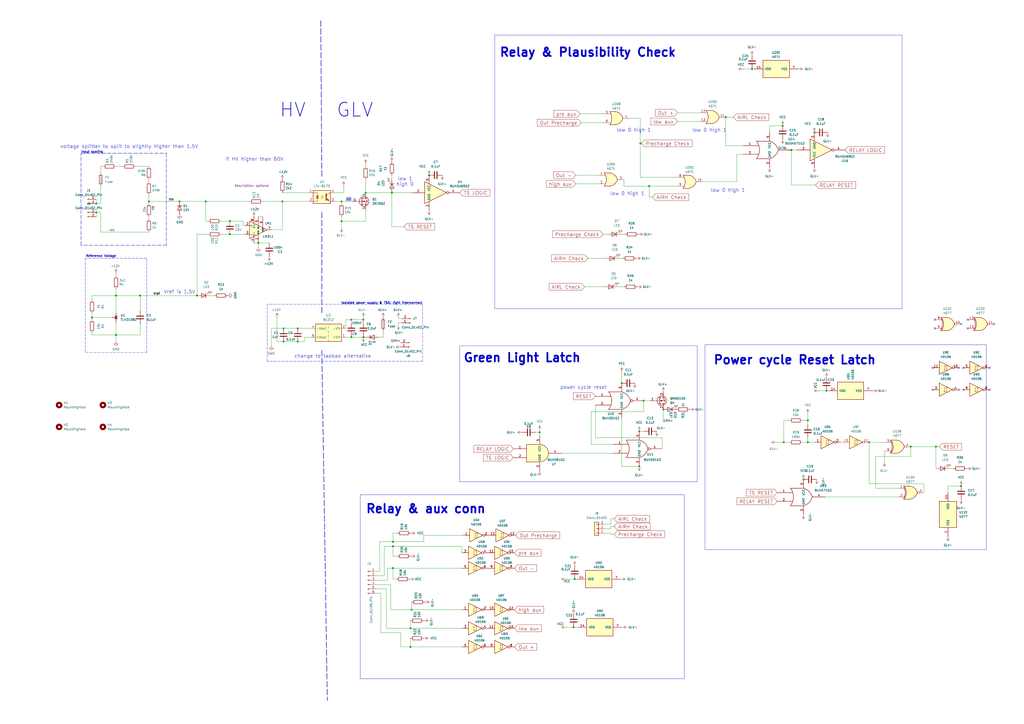
<source format=kicad_sch>
(kicad_sch (version 20250114) (generator "eeschema") (generator_version "9.0")
  (paper "A2")
  (lib_symbols
    (symbol "4xxx:40106" (pin_names (offset 1.016))
      (property "Reference" "U" (at 0 1.27 0))
      (property "Value" "40106" (at 0 -1.27 0))
      (symbol "40106_1_0"
        (pin input line (at -7.62 0 0) (length 3.81) (name "~") (number "1"))
        (pin output inverted (at 7.62 0 180) (length 3.81) (name "~") (number "2"))
      )
      (symbol "40106_2_0"
        (pin input line (at -7.62 0 0) (length 3.81) (name "~") (number "3"))
        (pin output inverted (at 7.62 0 180) (length 3.81) (name "~") (number "4"))
      )
      (symbol "40106_3_0"
        (pin input line (at -7.62 0 0) (length 3.81) (name "~") (number "5"))
        (pin output inverted (at 7.62 0 180) (length 3.81) (name "~") (number "6"))
      )
      (symbol "40106_4_0"
        (pin input line (at -7.62 0 0) (length 3.81) (name "~") (number "9"))
        (pin output inverted (at 7.62 0 180) (length 3.81) (name "~") (number "8"))
      )
      (symbol "40106_5_0"
        (pin input line (at -7.62 0 0) (length 3.81) (name "~") (number "11"))
        (pin output inverted (at 7.62 0 180) (length 3.81) (name "~") (number "10"))
      )
      (symbol "40106_6_0"
        (pin input line (at -7.62 0 0) (length 3.81) (name "~") (number "13"))
        (pin output inverted (at 7.62 0 180) (length 3.81) (name "~") (number "12"))
      )
      (symbol "40106_7_0"
        (pin power_in line (at 0 12.7 270) (length 5.08) (name "VDD") (number "14"))
        (pin power_in line (at 0 -12.7 90) (length 5.08) (name "VSS") (number "7"))
      )
    )
    (symbol "4xxx:4071" (pin_names (offset 1.016))
      (property "Reference" "U" (at 0 1.27 0))
      (property "Value" "4071" (at 0 -1.27 0))
      (symbol "4071_1_1"
        (pin input line (at -7.62 2.54 0) (length 4.318) (name "~") (number "1"))
        (pin input line (at -7.62 -2.54 0) (length 4.318) (name "~") (number "2"))
        (pin output line (at 7.62 0 180) (length 3.81) (name "~") (number "3"))
      )
      (symbol "4071_1_2"
        (pin input inverted (at -7.62 2.54 0) (length 3.81) (name "~") (number "1"))
        (pin input inverted (at -7.62 -2.54 0) (length 3.81) (name "~") (number "2"))
        (pin output inverted (at 7.62 0 180) (length 3.81) (name "~") (number "3"))
      )
      (symbol "4071_2_1"
        (pin input line (at -7.62 2.54 0) (length 4.318) (name "~") (number "5"))
        (pin input line (at -7.62 -2.54 0) (length 4.318) (name "~") (number "6"))
        (pin output line (at 7.62 0 180) (length 3.81) (name "~") (number "4"))
      )
      (symbol "4071_2_2"
        (pin input inverted (at -7.62 2.54 0) (length 3.81) (name "~") (number "5"))
        (pin input inverted (at -7.62 -2.54 0) (length 3.81) (name "~") (number "6"))
        (pin output inverted (at 7.62 0 180) (length 3.81) (name "~") (number "4"))
      )
      (symbol "4071_3_1"
        (pin input line (at -7.62 2.54 0) (length 4.318) (name "~") (number "8"))
        (pin input line (at -7.62 -2.54 0) (length 4.318) (name "~") (number "9"))
        (pin output line (at 7.62 0 180) (length 3.81) (name "~") (number "10"))
      )
      (symbol "4071_3_2"
        (pin input inverted (at -7.62 2.54 0) (length 3.81) (name "~") (number "8"))
        (pin input inverted (at -7.62 -2.54 0) (length 3.81) (name "~") (number "9"))
        (pin output inverted (at 7.62 0 180) (length 3.81) (name "~") (number "10"))
      )
      (symbol "4071_4_1"
        (pin input line (at -7.62 2.54 0) (length 4.318) (name "~") (number "12"))
        (pin input line (at -7.62 -2.54 0) (length 4.318) (name "~") (number "13"))
        (pin output line (at 7.62 0 180) (length 3.81) (name "~") (number "11"))
      )
      (symbol "4071_4_2"
        (pin input inverted (at -7.62 2.54 0) (length 3.81) (name "~") (number "12"))
        (pin input inverted (at -7.62 -2.54 0) (length 3.81) (name "~") (number "13"))
        (pin output inverted (at 7.62 0 180) (length 3.81) (name "~") (number "11"))
      )
      (symbol "4071_5_0"
        (pin power_in line (at 0 12.7 270) (length 5.08) (name "VDD") (number "14"))
        (pin power_in line (at 0 -12.7 90) (length 5.08) (name "VSS") (number "7"))
      )
    )
    (symbol "4xxx:4077" (pin_names (offset 1.016))
      (property "Reference" "U" (at 0 1.27 0))
      (property "Value" "4077" (at 0 -1.27 0))
      (symbol "4077_1_0"
        (pin input line (at -7.62 2.54 0) (length 4.445) (name "~") (number "1"))
        (pin input line (at -7.62 -2.54 0) (length 4.445) (name "~") (number "2"))
        (pin output inverted (at 7.62 0 180) (length 3.81) (name "~") (number "3"))
      )
      (symbol "4077_2_0"
        (pin input line (at -7.62 2.54 0) (length 4.445) (name "~") (number "5"))
        (pin input line (at -7.62 -2.54 0) (length 4.445) (name "~") (number "6"))
        (pin output inverted (at 7.62 0 180) (length 3.81) (name "~") (number "4"))
      )
      (symbol "4077_3_0"
        (pin input line (at -7.62 2.54 0) (length 4.445) (name "~") (number "8"))
        (pin input line (at -7.62 -2.54 0) (length 4.445) (name "~") (number "9"))
        (pin output inverted (at 7.62 0 180) (length 3.81) (name "~") (number "10"))
      )
      (symbol "4077_4_0"
        (pin input line (at -7.62 2.54 0) (length 4.445) (name "~") (number "12"))
        (pin input line (at -7.62 -2.54 0) (length 4.445) (name "~") (number "13"))
        (pin output inverted (at 7.62 0 180) (length 3.81) (name "~") (number "11"))
      )
      (symbol "4077_5_0"
        (pin power_in line (at 0 12.7 270) (length 5.08) (name "VDD") (number "14"))
        (pin power_in line (at 0 -12.7 90) (length 5.08) (name "VSS") (number "7"))
      )
    )
    (symbol "74xGxx:74AHC1G02"
      (property "Reference" "U" (at -2.54 3.81 0))
      (property "Value" "74AHC1G02" (at 0 -3.81 0))
      (symbol "74AHC1G02_1_1"
        (pin input line (at -15.24 2.54 0) (length 7.62) (name "~") (number "1"))
        (pin input line (at -15.24 -2.54 0) (length 7.62) (name "~") (number "2"))
        (pin power_in line (at 0 10.16 270) (length 5.08) (name "VCC") (number "5"))
        (pin power_in line (at 0 -10.16 90) (length 5.08) (name "GND") (number "3"))
        (pin output inverted (at 12.7 0 180) (length 7.62) (name "~") (number "4"))
      )
    )
    (symbol "74xGxx:74AHC1G04"
      (property "Reference" "U" (at -2.54 3.81 0))
      (property "Value" "74AHC1G04" (at 0 -3.81 0))
      (symbol "74AHC1G04_1_1"
        (pin input line (at -15.24 0 0) (length 7.62) (name "~") (number "2"))
        (pin power_in line (at -5.08 10.16 270) (length 5.08) (name "VCC") (number "5"))
        (pin power_in line (at -5.08 -10.16 90) (length 5.08) (name "GND") (number "3"))
        (pin output inverted (at 12.7 0 180) (length 7.62) (name "~") (number "4"))
      )
    )
    (symbol "74xGxx:74AHC1G08"
      (property "Reference" "U" (at -2.54 3.81 0))
      (property "Value" "74AHC1G08" (at 0 -3.81 0))
      (symbol "74AHC1G08_1_1"
        (pin input line (at -15.24 2.54 0) (length 7.62) (name "~") (number "1"))
        (pin input line (at -15.24 -2.54 0) (length 7.62) (name "~") (number "2"))
        (pin power_in line (at 0 10.16 270) (length 5.08) (name "VCC") (number "5"))
        (pin power_in line (at 0 -10.16 90) (length 5.08) (name "GND") (number "3"))
        (pin output line (at 12.7 0 180) (length 7.62) (name "~") (number "4"))
      )
    )
    (symbol "74xGxx:74AHC1G32"
      (property "Reference" "U" (at -2.54 3.81 0))
      (property "Value" "74AHC1G32" (at 0 -3.81 0))
      (symbol "74AHC1G32_1_1"
        (pin input line (at -15.24 2.54 0) (length 7.62) (name "~") (number "1"))
        (pin input line (at -15.24 -2.54 0) (length 7.62) (name "~") (number "2"))
        (pin power_in line (at 0 10.16 270) (length 5.08) (name "VCC") (number "5"))
        (pin power_in line (at 0 -10.16 90) (length 5.08) (name "GND") (number "3"))
        (pin output line (at 12.7 0 180) (length 7.62) (name "~") (number "4"))
      )
    )
    (symbol "Comparator:LM311" (pin_names (offset 0.127))
      (property "Reference" "U" (at 3.81 6.35 0))
      (property "Value" "LM311" (at 3.81 3.81 0))
      (symbol "LM311_1_1"
        (pin input line (at -7.62 2.54 0) (length 2.54) (name "+") (number "2"))
        (pin input line (at -7.62 -2.54 0) (length 2.54) (name "-") (number "3"))
        (pin power_in line (at -2.54 7.62 270) (length 3.81) (name "V+") (number "8"))
        (pin power_in line (at -2.54 -7.62 90) (length 3.81) (name "V-") (number "4"))
        (pin input line (at 0 7.62 270) (length 5.08) (name "BAL") (number "5"))
        (pin passive line (at 0 -7.62 90) (length 5.08) (name "GND") (number "1"))
        (pin input line (at 2.54 7.62 270) (length 6.35) (name "STRB") (number "6"))
        (pin open_collector line (at 7.62 0 180) (length 2.54) (name "~") (number "7"))
      )
    )
    (symbol "Connector:Conn_01x02_Pin" (pin_names (offset 1.016) (hide yes))
      (property "Reference" "J" (at 0 2.54 0))
      (property "Value" "Conn_01x02_Pin" (at 0 -5.08 0))
      (symbol "Conn_01x02_Pin_1_1"
        (pin passive line (at 5.08 0 180) (length 3.81) (name "Pin_1") (number "1"))
        (pin passive line (at 5.08 -2.54 180) (length 3.81) (name "Pin_2") (number "2"))
      )
    )
    (symbol "Connector:Conn_01x06_Pin" (pin_names (offset 1.016) (hide yes))
      (property "Reference" "J" (at 0 7.62 0))
      (property "Value" "Conn_01x06_Pin" (at 0 -10.16 0))
      (symbol "Conn_01x06_Pin_1_1"
        (pin passive line (at 5.08 5.08 180) (length 3.81) (name "Pin_1") (number "1"))
        (pin passive line (at 5.08 2.54 180) (length 3.81) (name "Pin_2") (number "2"))
        (pin passive line (at 5.08 0 180) (length 3.81) (name "Pin_3") (number "3"))
        (pin passive line (at 5.08 -2.54 180) (length 3.81) (name "Pin_4") (number "4"))
        (pin passive line (at 5.08 -5.08 180) (length 3.81) (name "Pin_5") (number "5"))
        (pin passive line (at 5.08 -7.62 180) (length 3.81) (name "Pin_6") (number "6"))
      )
    )
    (symbol "Connector_Generic:Conn_01x03" (pin_names (offset 1.016) (hide yes))
      (property "Reference" "J" (at 0 5.08 0))
      (property "Value" "Conn_01x03" (at 0 -5.08 0))
      (symbol "Conn_01x03_1_1"
        (pin passive line (at -5.08 2.54 0) (length 3.81) (name "Pin_1") (number "1"))
        (pin passive line (at -5.08 0 0) (length 3.81) (name "Pin_2") (number "2"))
        (pin passive line (at -5.08 -2.54 0) (length 3.81) (name "Pin_3") (number "3"))
      )
    )
    (symbol "Converter_DCDC:TBA2-1212"
      (property "Reference" "U" (at -6.35 6.35 0))
      (property "Value" "TBA2-1212" (at 2.54 6.35 0))
      (symbol "TBA2-1212_1_1"
        (pin power_in line (at -10.16 2.54 0) (length 2.54) (name "+Vin") (number "1"))
        (pin power_in line (at -10.16 -2.54 0) (length 2.54) (name "-Vin") (number "2"))
        (pin power_out line (at 10.16 2.54 180) (length 2.54) (name "+Vout") (number "6"))
        (pin power_out line (at 10.16 -2.54 180) (length 2.54) (name "-Vout") (number "4"))
      )
    )
    (symbol "Device:C" (pin_numbers (hide yes)) (pin_names (offset 0.254))
      (property "Reference" "C" (at 0.635 2.54 0))
      (property "Value" "C" (at 0.635 -2.54 0))
      (symbol "C_1_1"
        (pin passive line (at 0 3.81 270) (length 2.794) (name "~") (number "1"))
        (pin passive line (at 0 -3.81 90) (length 2.794) (name "~") (number "2"))
      )
    )
    (symbol "Device:D" (pin_numbers (hide yes)) (pin_names (offset 1.016) (hide yes))
      (property "Reference" "D" (at 0 2.54 0))
      (property "Value" "D" (at 0 -2.54 0))
      (symbol "D_1_1"
        (pin passive line (at -3.81 0 0) (length 2.54) (name "K") (number "1"))
        (pin passive line (at 3.81 0 180) (length 2.54) (name "A") (number "2"))
      )
    )
    (symbol "Device:D_Zener" (pin_numbers (hide yes)) (pin_names (offset 1.016) (hide yes))
      (property "Reference" "D" (at 0 2.54 0))
      (property "Value" "D_Zener" (at 0 -2.54 0))
      (symbol "D_Zener_1_1"
        (pin passive line (at -3.81 0 0) (length 2.54) (name "K") (number "1"))
        (pin passive line (at 3.81 0 180) (length 2.54) (name "A") (number "2"))
      )
    )
    (symbol "Device:Fuse" (pin_numbers (hide yes)) (pin_names (offset 0))
      (property "Reference" "F" (at 2.032 0 90))
      (property "Value" "Fuse" (at -1.905 0 90))
      (symbol "Fuse_1_1"
        (pin passive line (at 0 3.81 270) (length 1.27) (name "~") (number "1"))
        (pin passive line (at 0 -3.81 90) (length 1.27) (name "~") (number "2"))
      )
    )
    (symbol "Device:LED" (pin_numbers (hide yes)) (pin_names (offset 1.016) (hide yes))
      (property "Reference" "D" (at 0 2.54 0))
      (property "Value" "LED" (at 0 -2.54 0))
      (symbol "LED_1_1"
        (pin passive line (at -3.81 0 0) (length 2.54) (name "K") (number "1"))
        (pin passive line (at 3.81 0 180) (length 2.54) (name "A") (number "2"))
      )
    )
    (symbol "Device:R" (pin_numbers (hide yes)) (pin_names (offset 0))
      (property "Reference" "R" (at 2.032 0 90))
      (property "Value" "R" (at 0 0 90))
      (symbol "R_1_1"
        (pin passive line (at 0 3.81 270) (length 1.27) (name "~") (number "1"))
        (pin passive line (at 0 -3.81 90) (length 1.27) (name "~") (number "2"))
      )
    )
    (symbol "Isolator:LTV-817S" (pin_names (offset 1.016))
      (property "Reference" "U" (at -3.81 5.08 0))
      (property "Value" "LTV-817S" (at 0 -5.08 0))
      (symbol "LTV-817S_1_1"
        (pin passive line (at -7.62 2.54 0) (length 2.54) (name "~") (number "1"))
        (pin passive line (at -7.62 -2.54 0) (length 2.54) (name "~") (number "2"))
        (pin passive line (at 7.62 2.54 180) (length 2.54) (name "~") (number "4"))
        (pin passive line (at 7.62 -2.54 180) (length 2.54) (name "~") (number "3"))
      )
    )
    (symbol "Mechanical:MountingHole" (pin_names (offset 1.016)) (exclude_from_sim yes) (in_bom no)
      (property "Reference" "H" (at 0 5.08 0))
      (property "Value" "MountingHole" (at 0 3.175 0))
    )
    (symbol "Reference_Voltage:TL431DBZ" (pin_numbers (hide yes)) (pin_names (hide yes))
      (property "Reference" "U" (at -2.54 2.54 0))
      (property "Value" "TL431DBZ" (at 0 -2.54 0))
      (symbol "TL431DBZ_1_1"
        (pin passive line (at -2.54 0 0) (length 2.54) (name "A") (number "3"))
        (pin passive line (at 0 2.54 270) (length 2.54) (name "REF") (number "2"))
        (pin passive line (at 2.54 0 180) (length 2.54) (name "K") (number "1"))
      )
    )
    (symbol "Simulation_SPICE:NMOS" (pin_numbers (hide yes)) (pin_names (offset 0))
      (property "Reference" "Q" (at 5.08 1.27 0))
      (property "Value" "NMOS" (at 5.08 -1.27 0))
      (symbol "NMOS_1_1"
        (pin input line (at -5.08 0 0) (length 2.54) (name "G") (number "2"))
        (pin passive line (at 2.54 5.08 270) (length 2.54) (name "D") (number "1"))
        (pin passive line (at 2.54 -5.08 90) (length 2.54) (name "S") (number "3"))
      )
    )
    (symbol "Transistor_FET:QM6015D" (pin_names (hide yes))
      (property "Reference" "Q" (at 5.08 1.905 0))
      (property "Value" "QM6015D" (at 5.08 0 0))
      (symbol "QM6015D_1_1"
        (pin passive line (at -5.08 0 0) (length 2.54) (name "G") (number "1"))
        (pin passive line (at 2.54 5.08 270) (length 2.54) (name "D") (number "2"))
        (pin passive line (at 2.54 -5.08 90) (length 2.54) (name "S") (number "3"))
      )
    )
    (symbol "power-symbol-library:GLV+" (power) (pin_names (offset 0))
      (property "Value" "GLV+" (at 0 3.81 0))
      (symbol "GLV+_1_1"
        (pin power_in line (at 0 0 90) (length 0) (hide yes) (name "GLV+") (number "1"))
      )
    )
    (symbol "power-symbol-library:GLV-" (power) (pin_names (offset 0))
      (property "Value" "GLV-" (at 0 3.81 0))
      (symbol "GLV-_1_1"
        (pin power_in line (at 0 0 90) (length 0) (hide yes) (name "GLV-") (number "1"))
      )
    )
    (symbol "power:+12V" (power) (pin_numbers (hide yes)) (pin_names (offset 0) (hide yes))
      (property "Value" "+12V" (at 0 3.556 0))
      (symbol "+12V_1_1"
        (pin power_in line (at 0 0 90) (length 0) (name "~") (number "1"))
      )
    )
    (symbol "power:GND" (power) (pin_numbers (hide yes)) (pin_names (offset 0) (hide yes))
      (property "Value" "GND" (at 0 -3.81 0))
      (symbol "GND_1_1"
        (pin power_in line (at 0 0 270) (length 0) (name "~") (number "1"))
      )
    )
    (symbol "power:VCC" (power) (pin_numbers (hide yes)) (pin_names (offset 0) (hide yes))
      (property "Value" "VCC" (at 0 3.556 0))
      (symbol "VCC_1_1"
        (pin power_in line (at 0 0 90) (length 0) (name "~") (number "1"))
      )
    )
  )
  (rectangle (start 266.7 200.66) (end 404.495 279.4))
  (rectangle (start 208.915 287.02) (end 396.875 393.7))
  (rectangle (start 287.02 20.32) (end 523.24 179.07))
  (rectangle (start 408.94 200.025) (end 572.135 318.77))
  (text "low 0 high 1\n" (at 411.48 75.565 0) (effects (font (size 2.0066 2.0066))))
  (text "low 1\nhigh 0\n" (at 234.95 105.41 0) (effects (font (size 2.0066 2.0066))))
  (text "power cycle reset\n" (at 338.455 224.79 0) (effects (font (size 2.0066 2.0066))))
  (text "~{VHI}" (at 200.66 116.84 0) (effects (font (size 1.27 1.27) (thickness 0.254) (bold yes)) (justify left bottom)))
  (text "Isolated power supply & TSAL light interconnect" (at 245.11 176.53 0) (effects (font (size 1.27 1.27) (thickness 0.254) (bold yes)) (justify right bottom)))
  (text "Input scaling" (at 46.99 88.9 0) (effects (font (size 1.27 1.27) (thickness 0.254) (bold yes)) (justify left bottom)))
  (text "Relay & Plausibility Check" (at 340.995 30.48 0) (effects (font (size 5 5) (thickness 1) (bold yes))))
  (text "Relay & aux conn" (at 247.015 295.275 0) (effects (font (size 5 5) (thickness 1) (bold yes))))
  (text "Green Light Latch" (at 302.895 207.645 0) (effects (font (size 5 5) (thickness 1) (bold yes))))
  (text "GLV" (at 194.945 68.58 0) (effects (font (size 8.0066 8.0066) (thickness 0.4013) (bold yes)) (justify left bottom)))
  (text "Vref is 1.5V\n" (at 104.14 169.418 0) (effects (font (size 2.0066 2.0066))))
  (text "HV" (at 161.925 68.58 0) (effects (font (size 8.0066 8.0066) (thickness 0.4013) (bold yes)) (justify left bottom)))
  (text "low 0 high 1\n" (at 367.665 75.565 0) (effects (font (size 2.0066 2.0066))))
  (text "if HV higher than 60V " (at 148.336 92.456 0) (effects (font (size 2.0066 2.0066))))
  (text "low 0 high 1\n" (at 363.855 112.395 0) (effects (font (size 2.0066 2.0066))))
  (text "Reference Voltage" (at 49.784 149.352 0) (effects (font (size 1.27 1.27) (thickness 0.254) (bold yes)) (justify left bottom)))
  (text "voltage splitter to split to slightly higher than 1.5V" (at 74.93 85.09 0) (effects (font (size 2.0066 2.0066))))
  (text "Power cycle Reset Latch\n" (at 461.01 208.915 0) (effects (font (size 5 5) (thickness 1) (bold yes))))
  (text "low 0 high 1\n" (at 422.275 110.49 0) (effects (font (size 2.0066 2.0066))))
  (text "change to taobao alternative\n\n" (at 193.04 208.28 0) (effects (font (size 2.0066 2.0066))))
  (junction (at 248.92 101.6))
  (junction (at 542.925 259.08))
  (junction (at 360.68 222.25))
  (junction (at 203.835 195.58))
  (junction (at 333.375 335.915))
  (junction (at 376.555 107.95))
  (junction (at 227.965 314.325))
  (junction (at 114.3 171.45))
  (junction (at 164.465 198.12))
  (junction (at 504.19 256.54))
  (junction (at 479.425 226.695))
  (junction (at 210.82 185.42))
  (junction (at 210.82 195.58))
  (junction (at 133.35 128.27))
  (junction (at 528.32 259.08))
  (junction (at 149.86 140.97))
  (junction (at 67.31 171.45))
  (junction (at 436.245 40.005))
  (junction (at 421.005 67.945))
  (junction (at 119.38 116.84))
  (junction (at 163.83 116.84))
  (junction (at 172.72 198.12))
  (junction (at 238.76 353.695))
  (junction (at 198.12 116.84))
  (junction (at 198.12 128.27))
  (junction (at 373.38 232.41))
  (junction (at 370.84 250.19))
  (junction (at 164.465 190.5))
  (junction (at 466.09 278.13))
  (junction (at 227.33 111.76))
  (junction (at 468.63 243.84))
  (junction (at 67.31 194.31))
  (junction (at 238.125 364.49))
  (junction (at 468.63 256.54))
  (junction (at 172.72 190.5))
  (junction (at 454.66 256.54))
  (junction (at 454.025 73.025))
  (junction (at 212.09 111.76))
  (junction (at 332.74 363.855))
  (junction (at 55.88 118.11))
  (junction (at 384.81 237.49))
  (junction (at 53.34 184.15))
  (junction (at 227.965 316.865))
  (junction (at 371.475 83.185))
  (junction (at 238.125 375.285))
  (junction (at 55.88 123.19))
  (junction (at 203.835 185.42))
  (junction (at 370.84 270.51))
  (junction (at 313.055 250.825))
  (junction (at 557.53 281.94))
  (junction (at 133.35 135.89))
  (junction (at 472.44 76.835))
  (junction (at 86.36 116.84))
  (junction (at 459.105 86.995))
  (junction (at 104.14 116.84))
  (junction (at 227.965 329.565))
  (junction (at 81.28 171.45))
  (no_connect (at 574.04 213.36))
  (no_connect (at 561.34 185.42))
  (no_connect (at 556.26 213.36))
  (no_connect (at 574.04 226.06))
  (no_connect (at 542.29 190.5))
  (no_connect (at 561.34 190.5))
  (no_connect (at 558.8 226.06))
  (no_connect (at 541.02 213.36))
  (no_connect (at 556.26 226.06))
  (no_connect (at 541.02 226.06))
  (no_connect (at 557.53 187.96))
  (no_connect (at 558.8 213.36))
  (no_connect (at 542.29 185.42))
  (no_connect (at 576.58 187.96))
  (wire (pts (xy 172.72 198.12) (xy 164.465 198.12)))
  (wire (pts (xy 227.965 335.915) (xy 229.87 335.915)))
  (wire (pts (xy 334.01 106.68) (xy 346.71 106.68)))
  (wire (pts (xy 238.125 360.045) (xy 238.125 364.49)))
  (wire (pts (xy 67.31 186.69) (xy 67.31 194.31)))
  (wire (pts (xy 163.83 116.84) (xy 179.07 116.84)))
  (wire (pts (xy 218.44 339.09) (xy 226.695 339.09)))
  (wire (pts (xy 468.63 254) (xy 468.63 256.54)))
  (wire (pts (xy 450.215 256.54) (xy 454.66 256.54)))
  (wire (pts (xy 371.475 83.185) (xy 372.11 83.185)))
  (wire (pts (xy 474.98 226.695) (xy 479.425 226.695)))
  (wire (pts (xy 58.42 134.62) (xy 86.36 134.62)))
  (wire (pts (xy 163.83 133.35) (xy 157.48 133.35)))
  (wire (pts (xy 203.835 185.42) (xy 200.66 185.42)))
  (wire (pts (xy 542.925 259.08) (xy 542.925 271.78)))
  (wire (pts (xy 384.81 237.49) (xy 384.81 245.11)))
  (wire (pts (xy 550.545 271.78) (xy 553.085 271.78)))
  (wire (pts (xy 133.35 135.89) (xy 142.24 135.89)))
  (wire (pts (xy 361.95 104.14) (xy 361.95 107.95)))
  (wire (pts (xy 535.94 280.67) (xy 535.94 285.75)))
  (wire (pts (xy 508 264.795) (xy 508 283.21)))
  (polyline (pts (xy 245.11 176.53) (xy 245.11 209.55)) (stroke (width 0) (type dash)))
  (wire (pts (xy 528.32 264.795) (xy 528.32 259.08)))
  (wire (pts (xy 354.33 305.435) (xy 354.33 306.705)))
  (wire (pts (xy 86.36 116.84) (xy 104.14 116.84)))
  (wire (pts (xy 360.045 135.89) (xy 362.585 135.89)))
  (wire (pts (xy 160.655 184.15) (xy 160.655 198.12)))
  (wire (pts (xy 67.31 96.52) (xy 71.12 96.52)))
  (wire (pts (xy 163.83 111.76) (xy 179.07 111.76)))
  (wire (pts (xy 371.475 68.58) (xy 365.125 68.58)))
  (wire (pts (xy 198.12 128.27) (xy 198.12 132.08)))
  (wire (pts (xy 468.63 256.54) (xy 472.44 256.54)))
  (wire (pts (xy 86.36 118.11) (xy 86.36 116.84)))
  (polyline (pts (xy 96.52 142.24) (xy 46.99 142.24)) (stroke (width 0.2032) (type dash)))
  (wire (pts (xy 328.295 363.855) (xy 332.74 363.855)))
  (wire (pts (xy 198.12 125.73) (xy 198.12 128.27)))
  (wire (pts (xy 53.34 171.45) (xy 67.31 171.45)))
  (wire (pts (xy 203.835 194.945) (xy 203.835 195.58)))
  (wire (pts (xy 371.475 68.58) (xy 371.475 83.185)))
  (wire (pts (xy 361.95 107.95) (xy 376.555 107.95)))
  (wire (pts (xy 212.09 104.14) (xy 212.09 111.76)))
  (wire (pts (xy 176.53 198.12) (xy 176.53 195.58)))
  (wire (pts (xy 238.76 353.695) (xy 267.97 353.695)))
  (wire (pts (xy 393.065 65.405) (xy 405.765 65.405)))
  (wire (pts (xy 373.38 250.19) (xy 370.84 250.19)))
  (wire (pts (xy 58.42 96.52) (xy 59.69 96.52)))
  (wire (pts (xy 81.28 171.45) (xy 114.3 171.45)))
  (wire (pts (xy 313.055 250.825) (xy 313.055 249.555)))
  (wire (pts (xy 459.105 107.315) (xy 473.075 107.315)))
  (wire (pts (xy 360.68 270.51) (xy 370.84 270.51)))
  (polyline (pts (xy 46.99 88.9) (xy 96.52 88.9)) (stroke (width 0.2032) (type dash)))
  (wire (pts (xy 58.42 123.19) (xy 55.88 123.19)))
  (wire (pts (xy 373.38 238.76) (xy 373.38 232.41)))
  (wire (pts (xy 231.14 187.325) (xy 233.045 187.325)))
  (wire (pts (xy 468.63 240.03) (xy 468.63 243.84)))
  (wire (pts (xy 227.33 131.445) (xy 234.315 131.445)))
  (wire (pts (xy 220.98 344.17) (xy 220.98 367.03)))
  (wire (pts (xy 454.66 243.84) (xy 457.835 243.84)))
  (polyline (pts (xy 46.99 142.24) (xy 46.99 88.9)) (stroke (width 0.2032) (type dash)))
  (polyline (pts (xy 245.11 176.53) (xy 154.94 176.53)) (stroke (width 0) (type dash)))
  (wire (pts (xy 119.38 128.27) (xy 120.65 128.27)))
  (wire (pts (xy 121.92 171.45) (xy 124.46 171.45)))
  (wire (pts (xy 224.79 336.55) (xy 218.44 336.55)))
  (wire (pts (xy 360.68 215.9) (xy 360.68 222.25)))
  (wire (pts (xy 465.455 256.54) (xy 468.63 256.54)))
  (wire (pts (xy 212.09 95.25) (xy 212.09 96.52)))
  (wire (pts (xy 200.66 195.58) (xy 203.835 195.58)))
  (wire (pts (xy 245.745 314.325) (xy 227.965 314.325)))
  (wire (pts (xy 459.105 86.995) (xy 462.28 86.995)))
  (wire (pts (xy 313.055 250.825) (xy 313.055 252.73)))
  (wire (pts (xy 220.345 314.325) (xy 227.965 314.325)))
  (polyline (pts (xy 186.69 123.19) (xy 186.69 181.61)) (stroke (width 0.3048) (type dash)))
  (wire (pts (xy 198.12 116.84) (xy 198.12 118.11)))
  (wire (pts (xy 371.475 102.87) (xy 392.43 102.87)))
  (wire (pts (xy 436.245 40.005) (xy 437.515 40.005)))
  (wire (pts (xy 140.97 130.81) (xy 140.97 128.27)))
  (wire (pts (xy 199.39 111.76) (xy 194.31 111.76)))
  (wire (pts (xy 133.35 128.27) (xy 128.27 128.27)))
  (wire (pts (xy 232.41 375.285) (xy 238.125 375.285)))
  (wire (pts (xy 373.38 232.41) (xy 377.19 232.41)))
  (wire (pts (xy 164.465 198.12) (xy 160.655 198.12)))
  (wire (pts (xy 53.34 184.15) (xy 64.77 184.15)))
  (wire (pts (xy 245.745 310.515) (xy 268.605 310.515)))
  (wire (pts (xy 454.66 256.54) (xy 457.835 256.54)))
  (wire (pts (xy 349.885 135.89) (xy 352.425 135.89)))
  (wire (pts (xy 226.695 353.695) (xy 238.76 353.695)))
  (wire (pts (xy 238.125 375.285) (xy 267.97 375.285)))
  (wire (pts (xy 231.14 188.595) (xy 231.14 187.325)))
  (wire (pts (xy 176.53 198.12) (xy 172.72 198.12)))
  (wire (pts (xy 149.86 140.97) (xy 156.21 140.97)))
  (wire (pts (xy 172.72 190.5) (xy 180.34 190.5)))
  (wire (pts (xy 356.235 305.435) (xy 354.33 305.435)))
  (wire (pts (xy 220.345 331.47) (xy 218.44 331.47)))
  (wire (pts (xy 222.25 191.77) (xy 222.25 195.58)))
  (wire (pts (xy 200.66 185.42) (xy 200.66 190.5)))
  (wire (pts (xy 227.965 309.245) (xy 227.965 314.325)))
  (polyline (pts (xy 85.09 204.47) (xy 85.09 149.86)) (stroke (width 0) (type dash)))
  (wire (pts (xy 465.455 243.84) (xy 468.63 243.84)))
  (wire (pts (xy 119.38 116.84) (xy 144.78 116.84)))
  (wire (pts (xy 53.34 181.61) (xy 53.34 184.15)))
  (wire (pts (xy 421.005 67.945) (xy 421.005 84.455)))
  (wire (pts (xy 222.885 334.01) (xy 222.885 316.865)))
  (wire (pts (xy 218.44 341.63) (xy 224.155 341.63)))
  (wire (pts (xy 227.33 104.14) (xy 227.33 101.6)))
  (wire (pts (xy 86.36 104.14) (xy 86.36 105.41)))
  (wire (pts (xy 339.09 166.37) (xy 350.52 166.37)))
  (wire (pts (xy 203.835 195.58) (xy 210.82 195.58)))
  (wire (pts (xy 459.105 86.995) (xy 455.93 86.995)))
  (wire (pts (xy 164.465 190.5) (xy 172.72 190.5)))
  (wire (pts (xy 325.755 262.89) (xy 355.6 262.89)))
  (wire (pts (xy 333.375 335.915) (xy 334.645 335.915)))
  (wire (pts (xy 231.14 184.785) (xy 233.045 184.785)))
  (polyline (pts (xy 85.09 149.86) (xy 49.53 149.86)) (stroke (width 0) (type dash)))
  (wire (pts (xy 58.42 123.19) (xy 58.42 134.62)))
  (wire (pts (xy 446.405 73.025) (xy 446.405 76.835)))
  (wire (pts (xy 371.475 83.185) (xy 371.475 102.87)))
  (wire (pts (xy 212.09 121.92) (xy 212.09 128.27)))
  (wire (pts (xy 354.33 309.88) (xy 356.235 309.88)))
  (wire (pts (xy 53.34 171.45) (xy 53.34 173.99)))
  (polyline (pts (xy 186.69 203.2) (xy 189.865 406.4)) (stroke (width 0.3048) (type dash)))
  (wire (pts (xy 342.9 257.81) (xy 355.6 257.81)))
  (wire (pts (xy 421.005 67.945) (xy 425.45 67.945)))
  (wire (pts (xy 81.28 187.96) (xy 81.28 194.31)))
  (wire (pts (xy 198.12 116.84) (xy 204.47 116.84)))
  (wire (pts (xy 238.76 349.25) (xy 238.76 353.695)))
  (wire (pts (xy 345.44 254) (xy 384.175 254)))
  (wire (pts (xy 149.86 140.97) (xy 149.86 143.51)))
  (wire (pts (xy 227.965 316.865) (xy 267.97 316.865)))
  (wire (pts (xy 354.33 304.165) (xy 351.155 304.165)))
  (wire (pts (xy 345.44 234.95) (xy 345.44 254)))
  (wire (pts (xy 222.25 195.58) (xy 219.71 195.58)))
  (wire (pts (xy 67.31 160.02) (xy 67.31 158.75)))
  (wire (pts (xy 358.14 166.37) (xy 361.95 166.37)))
  (wire (pts (xy 78.74 96.52) (xy 86.36 96.52)))
  (polyline (pts (xy 186.055 12.065) (xy 186.69 102.87)) (stroke (width 0.3048) (type dash)))
  (wire (pts (xy 226.695 339.09) (xy 226.695 353.695)))
  (wire (pts (xy 198.12 116.84) (xy 194.31 116.84)))
  (wire (pts (xy 220.98 367.03) (xy 232.41 367.03)))
  (wire (pts (xy 504.19 256.54) (xy 513.08 256.54)))
  (polyline (pts (xy 96.52 88.9) (xy 96.52 142.24)) (stroke (width 0.2032) (type dash)))
  (wire (pts (xy 212.09 195.58) (xy 210.82 195.58)))
  (wire (pts (xy 152.4 116.84) (xy 163.83 116.84)))
  (wire (pts (xy 227.33 111.76) (xy 238.76 111.76)))
  (wire (pts (xy 142.24 130.81) (xy 140.97 130.81)))
  (wire (pts (xy 407.67 105.41) (xy 427.355 105.41)))
  (wire (pts (xy 332.74 363.855) (xy 335.28 363.855)))
  (wire (pts (xy 81.28 194.31) (xy 67.31 194.31)))
  (wire (pts (xy 427.355 105.41) (xy 427.355 89.535)))
  (wire (pts (xy 513.08 261.62) (xy 513.08 267.97)))
  (wire (pts (xy 157.48 200.66) (xy 157.48 190.5)))
  (wire (pts (xy 203.835 185.42) (xy 203.835 187.325)))
  (wire (pts (xy 114.3 135.89) (xy 114.3 171.45)))
  (wire (pts (xy 55.88 123.19) (xy 55.88 125.73)))
  (wire (pts (xy 431.165 40.005) (xy 436.245 40.005)))
  (wire (pts (xy 227.965 309.245) (xy 230.505 309.245)))
  (wire (pts (xy 478.79 288.29) (xy 520.7 288.29)))
  (wire (pts (xy 67.31 167.64) (xy 67.31 171.45)))
  (wire (pts (xy 427.355 89.535) (xy 431.165 89.535)))
  (wire (pts (xy 342.9 238.76) (xy 373.38 238.76)))
  (wire (pts (xy 53.34 184.15) (xy 53.34 185.42)))
  (wire (pts (xy 360.68 242.57) (xy 360.68 270.51)))
  (wire (pts (xy 163.83 133.35) (xy 163.83 116.84)))
  (wire (pts (xy 421.005 84.455) (xy 431.165 84.455)))
  (wire (pts (xy 218.44 344.17) (xy 220.98 344.17)))
  (wire (pts (xy 212.09 128.27) (xy 198.12 128.27)))
  (wire (pts (xy 176.53 195.58) (xy 180.34 195.58)))
  (wire (pts (xy 58.42 100.33) (xy 58.42 96.52)))
  (wire (pts (xy 354.33 309.245) (xy 351.155 309.245)))
  (wire (pts (xy 378.46 114.3) (xy 376.555 114.3)))
  (wire (pts (xy 232.41 367.03) (xy 232.41 375.285)))
  (wire (pts (xy 58.42 107.95) (xy 58.42 118.11)))
  (wire (pts (xy 336.55 66.04) (xy 349.885 66.04)))
  (wire (pts (xy 504.19 280.67) (xy 535.94 280.67)))
  (wire (pts (xy 104.14 116.84) (xy 119.38 116.84)))
  (wire (pts (xy 459.105 86.995) (xy 459.105 107.315)))
  (wire (pts (xy 86.36 113.03) (xy 86.36 116.84)))
  (wire (pts (xy 210.82 185.42) (xy 203.835 185.42)))
  (wire (pts (xy 446.405 73.025) (xy 454.025 73.025)))
  (wire (pts (xy 354.33 309.88) (xy 354.33 309.245)))
  (wire (pts (xy 53.34 194.31) (xy 67.31 194.31)))
  (wire (pts (xy 67.31 171.45) (xy 67.31 181.61)))
  (wire (pts (xy 224.79 329.565) (xy 227.965 329.565)))
  (wire (pts (xy 114.3 135.89) (xy 120.65 135.89)))
  (wire (pts (xy 55.88 115.57) (xy 55.88 118.11)))
  (wire (pts (xy 218.44 334.01) (xy 222.885 334.01)))
  (wire (pts (xy 224.155 341.63) (xy 224.155 364.49)))
  (wire (pts (xy 86.36 125.73) (xy 86.36 127)))
  (wire (pts (xy 238.125 370.205) (xy 238.125 375.285)))
  (wire (pts (xy 227.965 329.565) (xy 267.97 329.565)))
  (wire (pts (xy 152.4 125.73) (xy 149.86 125.73)))
  (wire (pts (xy 384.175 260.35) (xy 383.54 260.35)))
  (wire (pts (xy 337.185 71.12) (xy 349.885 71.12)))
  (wire (pts (xy 342.9 238.76) (xy 342.9 257.81)))
  (wire (pts (xy 468.63 243.84) (xy 468.63 246.38)))
  (wire (pts (xy 231.14 184.785) (xy 231.14 184.15)))
  (wire (pts (xy 199.39 107.95) (xy 199.39 111.76)))
  (wire (pts (xy 210.82 185.42) (xy 210.82 187.325)))
  (wire (pts (xy 224.155 364.49) (xy 238.125 364.49)))
  (wire (pts (xy 224.79 329.565) (xy 224.79 336.55)))
  (wire (pts (xy 230.505 322.58) (xy 227.965 322.58)))
  (wire (pts (xy 140.97 128.27) (xy 133.35 128.27)))
  (wire (pts (xy 354.33 306.705) (xy 351.155 306.705)))
  (wire (pts (xy 488.95 256.54) (xy 487.68 256.54)))
  (wire (pts (xy 55.88 118.11) (xy 58.42 118.11)))
  (wire (pts (xy 227.965 329.565) (xy 227.965 335.915)))
  (wire (pts (xy 479.425 226.695) (xy 480.695 226.695)))
  (wire (pts (xy 334.01 101.6) (xy 346.71 101.6)))
  (polyline (pts (xy 49.53 204.47) (xy 85.09 204.47)) (stroke (width 0) (type dash)))
  (polyline (pts (xy 154.94 209.55) (xy 154.94 176.53)) (stroke (width 0) (type dash)))
  (wire (pts (xy 549.91 281.94) (xy 557.53 281.94)))
  (wire (pts (xy 227.965 322.58) (xy 227.965 316.865)))
  (wire (pts (xy 220.345 314.325) (xy 220.345 331.47)))
  (wire (pts (xy 508 264.795) (xy 528.32 264.795)))
  (wire (pts (xy 508 283.21) (xy 520.7 283.21)))
  (wire (pts (xy 393.065 70.485) (xy 405.765 70.485)))
  (wire (pts (xy 549.91 281.94) (xy 549.91 285.75)))
  (wire (pts (xy 222.885 316.865) (xy 227.965 316.865)))
  (wire (pts (xy 504.19 256.54) (xy 504.19 280.67)))
  (wire (pts (xy 238.125 364.49) (xy 267.97 364.49)))
  (wire (pts (xy 157.48 190.5) (xy 164.465 190.5)))
  (wire (pts (xy 210.82 184.15) (xy 210.82 185.42)))
  (wire (pts (xy 67.31 171.45) (xy 81.28 171.45)))
  (wire (pts (xy 310.515 250.825) (xy 313.055 250.825)))
  (wire (pts (xy 212.09 111.76) (xy 227.33 111.76)))
  (wire (pts (xy 542.925 259.08) (xy 544.83 259.08)))
  (wire (pts (xy 67.31 194.31) (xy 67.31 198.12)))
  (wire (pts (xy 354.33 300.99) (xy 354.33 304.165)))
  (wire (pts (xy 119.38 116.84) (xy 119.38 128.27)))
  (wire (pts (xy 356.235 300.99) (xy 354.33 300.99)))
  (wire (pts (xy 227.33 111.76) (xy 227.33 131.445)))
  (wire (pts (xy 210.82 194.945) (xy 210.82 195.58)))
  (wire (pts (xy 528.32 259.08) (xy 542.925 259.08)))
  (polyline (pts (xy 49.53 149.86) (xy 49.53 204.47)) (stroke (width 0) (type dash)))
  (wire (pts (xy 340.995 149.86) (xy 351.155 149.86)))
  (wire (pts (xy 376.555 107.95) (xy 392.43 107.95)))
  (wire (pts (xy 328.295 335.915) (xy 333.375 335.915)))
  (polyline (pts (xy 245.11 209.55) (xy 154.94 209.55)) (stroke (width 0) (type dash)))
  (wire (pts (xy 454.66 243.84) (xy 454.66 256.54)))
  (wire (pts (xy 53.34 194.31) (xy 53.34 193.04)))
  (wire (pts (xy 267.97 316.865) (xy 267.97 320.675)))
  (wire (pts (xy 384.175 254) (xy 384.175 260.35)))
  (wire (pts (xy 376.555 114.3) (xy 376.555 107.95)))
  (wire (pts (xy 245.745 310.515) (xy 245.745 314.325)))
  (wire (pts (xy 358.775 149.86) (xy 361.315 149.86)))
  (wire (pts (xy 128.27 135.89) (xy 133.35 135.89)))
  (wire (pts (xy 81.28 171.45) (xy 81.28 180.34)))
  (wire (pts (xy 147.32 140.97) (xy 149.86 140.97)))
  (label "Vref" (at 88.9 171.45 0) (effects (font (thickness 0.254) (bold yes))))
  (label "Vin" (at 97.79 116.84 0) (effects (font (thickness 0.254) (bold yes))))
  (label "GRN+" (at 232.41 198.755 180))
  (label "GRN+" (at 384.81 245.11 0))
  (label "-HV" (at 62.23 134.62 0))
  (global_label "Out Precharge" (shape input) (at 299.085 310.515 0) (effects (font (size 2.0066 2.0066))) (property "Intersheetrefs" "${INTERSHEET_REFS}" (effects (hide yes))))
  (global_label "Out +" (shape input) (at 298.45 375.285 0) (effects (font (size 2.0066 2.0066))) (property "Intersheetrefs" "${INTERSHEET_REFS}" (effects (hide yes))))
  (global_label "TS LOGIC" (shape input) (at 266.7 111.76 0) (effects (font (size 2.0066 2.0066))) (property "Intersheetrefs" "${INTERSHEET_REFS}" (effects (hide yes))))
  (global_label "TS RESET" (shape input) (at 450.85 285.75 180) (effects (font (size 2.0066 2.0066))) (property "Intersheetrefs" "${INTERSHEET_REFS}" (effects (hide yes))))
  (global_label "high aux" (shape input) (at 298.45 353.695 0) (effects (font (size 2.0066 2.0066))) (property "Intersheetrefs" "${INTERSHEET_REFS}" (effects (hide yes))))
  (global_label "low aux" (shape input) (at 393.065 70.485 180) (effects (font (size 2.0066 2.0066))) (property "Intersheetrefs" "${INTERSHEET_REFS}" (effects (hide yes))))
  (global_label "RELAY RESET" (shape input) (at 450.85 290.83 180) (effects (font (size 2.0066 2.0066))) (property "Intersheetrefs" "${INTERSHEET_REFS}" (effects (hide yes))))
  (global_label "TS LOGIC" (shape input) (at 297.815 265.43 180) (effects (font (size 2.0066 2.0066))) (property "Intersheetrefs" "${INTERSHEET_REFS}" (effects (hide yes))))
  (global_label "AIRL Check" (shape input) (at 425.45 67.945 0) (effects (font (size 2.0066 2.0066))) (property "Intersheetrefs" "${INTERSHEET_REFS}" (effects (hide yes))))
  (global_label "AIRL Check" (shape input) (at 356.235 300.99 0) (effects (font (size 2.0066 2.0066))) (property "Intersheetrefs" "${INTERSHEET_REFS}" (effects (hide yes))))
  (global_label "Precharge Check" (shape input) (at 349.885 135.89 180) (effects (font (size 2.0066 2.0066))) (property "Intersheetrefs" "${INTERSHEET_REFS}" (effects (hide yes))))
  (global_label "Precharge Check" (shape input) (at 356.235 309.88 0) (effects (font (size 2.0066 2.0066))) (property "Intersheetrefs" "${INTERSHEET_REFS}" (effects (hide yes))))
  (global_label "Out +" (shape input) (at 393.065 65.405 180) (effects (font (size 2.0066 2.0066))) (property "Intersheetrefs" "${INTERSHEET_REFS}" (effects (hide yes))))
  (global_label "AIRH Check" (shape input) (at 356.235 305.435 0) (effects (font (size 2.0066 2.0066))) (property "Intersheetrefs" "${INTERSHEET_REFS}" (effects (hide yes))))
  (global_label "AIRH Check" (shape input) (at 340.995 149.86 180) (effects (font (size 2.0066 2.0066))) (property "Intersheetrefs" "${INTERSHEET_REFS}" (effects (hide yes))))
  (global_label "Precharge Check" (shape input) (at 372.11 83.185 0) (effects (font (size 2.0066 2.0066))) (property "Intersheetrefs" "${INTERSHEET_REFS}" (effects (hide yes))))
  (global_label "Out -" (shape input) (at 334.01 101.6 180) (effects (font (size 2.0066 2.0066))) (property "Intersheetrefs" "${INTERSHEET_REFS}" (effects (hide yes))))
  (global_label "RESET" (shape input) (at 345.44 229.87 180) (effects (font (size 2.0066 2.0066))) (property "Intersheetrefs" "${INTERSHEET_REFS}" (effects (hide yes))))
  (global_label "low aux" (shape input) (at 298.45 364.49 0) (effects (font (size 2.0066 2.0066))) (property "Intersheetrefs" "${INTERSHEET_REFS}" (effects (hide yes))))
  (global_label "Out Precharge" (shape input) (at 337.185 71.12 180) (effects (font (size 2.0066 2.0066))) (property "Intersheetrefs" "${INTERSHEET_REFS}" (effects (hide yes))))
  (global_label "RELAY LOGIC" (shape input) (at 490.22 86.995 0) (effects (font (size 2.0066 2.0066))) (property "Intersheetrefs" "${INTERSHEET_REFS}" (effects (hide yes))))
  (global_label "RESET" (shape input) (at 544.83 259.08 0) (effects (font (size 2.0066 2.0066))) (property "Intersheetrefs" "${INTERSHEET_REFS}" (effects (hide yes))))
  (global_label "pre aux" (shape input) (at 336.55 66.04 180) (effects (font (size 2.0066 2.0066))) (property "Intersheetrefs" "${INTERSHEET_REFS}" (effects (hide yes))))
  (global_label "RELAY LOGIC" (shape input) (at 297.815 260.35 180) (effects (font (size 2.0066 2.0066))) (property "Intersheetrefs" "${INTERSHEET_REFS}" (effects (hide yes))))
  (global_label "pre aux" (shape input) (at 298.45 320.675 0) (effects (font (size 2.0066 2.0066))) (property "Intersheetrefs" "${INTERSHEET_REFS}" (effects (hide yes))))
  (global_label "AIRH Check" (shape input) (at 378.46 114.3 0) (effects (font (size 2.0066 2.0066))) (property "Intersheetrefs" "${INTERSHEET_REFS}" (effects (hide yes))))
  (global_label "Out -" (shape input) (at 298.45 329.565 0) (effects (font (size 2.0066 2.0066))) (property "Intersheetrefs" "${INTERSHEET_REFS}" (effects (hide yes))))
  (global_label "RELAY RESET" (shape input) (at 473.075 107.315 0) (effects (font (size 2.0066 2.0066))) (property "Intersheetrefs" "${INTERSHEET_REFS}" (effects (hide yes))))
  (global_label "AIRL Check" (shape input) (at 339.09 166.37 180) (effects (font (size 2.0066 2.0066))) (property "Intersheetrefs" "${INTERSHEET_REFS}" (effects (hide yes))))
  (global_label "TS RESET" (shape input) (at 234.315 131.445 0) (effects (font (size 2.0066 2.0066))) (property "Intersheetrefs" "${INTERSHEET_REFS}" (effects (hide yes))))
  (global_label "high aux" (shape input) (at 334.01 106.68 180) (effects (font (size 2.0066 2.0066))) (property "Intersheetrefs" "${INTERSHEET_REFS}" (effects (hide yes))))
  (symbol (lib_id "power-symbol-library:GLV-") (at 360.68 363.855 270) (unit 1)
    (property "Reference" "#PWR043" (effects (hide yes)))
    (property "Value" "GLV-" (at 364.49 363.8549 90) (effects (justify left)))
  )
  (symbol (lib_id "Mechanical:MountingHole") (at 34.29 234.95 0) (unit 1) (exclude_from_sim yes) (in_bom no)
    (property "Reference" "H1" (at 36.83 233.6799 0) (effects (justify left)))
    (property "Value" "MountingHole" (at 36.83 236.2199 0) (effects (justify left)))
    (property "Footprint" "MountingHole:MountingHole_3.2mm_M3" (effects (hide yes)))
    (property "Description" "Mounting Hole without connection" (effects (hide yes)))
  )
  (symbol (lib_id "Device:LED") (at 546.735 271.78 180) (unit 1)
    (property "Reference" "D9" (at 548.3225 264.16 0))
    (property "Value" "LED" (at 548.3225 266.7 0))
    (property "Footprint" "RMC_LED:LED_0805_2012Metric_Pad1.45x1.40mm_HandSolder" (effects (hide yes)))
    (property "Description" "Light emitting diode" (effects (hide yes)))
    (property "Sim.Pins" "1=K 2=A" (effects (hide yes)))
  )
  (symbol (lib_id "power-symbol-library:GLV-") (at 454.025 80.645 180) (unit 1)
    (property "Reference" "#PWR062" (effects (hide yes)))
    (property "Value" "GLV-" (at 454.025 85.725 0))
  )
  (symbol (lib_id "4xxx:40106") (at 347.98 363.855 90) (unit 7)
    (property "Reference" "U6" (at 347.98 354.33 90))
    (property "Value" "40106" (at 347.98 356.87 90))
    (property "Footprint" "RMC_SO:SOIC127P600X175-14N" (effects (hide yes)))
    (property "Datasheet" "https://assets.nexperia.com/documents/data-sheet/HEF40106B.pdf" (effects (hide yes)))
    (property "Description" "Hex Schmitt trigger inverter" (effects (hide yes)))
  )
  (symbol (lib_id "4xxx:40106") (at 290.83 320.675 0) (unit 5)
    (property "Reference" "U5" (at 294.005 314.325 0))
    (property "Value" "40106" (at 294.005 316.865 0))
    (property "Footprint" "RMC_SO:SOIC127P600X175-14N" (effects (hide yes)))
    (property "Datasheet" "https://assets.nexperia.com/documents/data-sheet/HEF40106B.pdf" (effects (hide yes)))
    (property "Description" "Hex Schmitt trigger inverter" (effects (hide yes)))
  )
  (symbol (lib_id "Device:Fuse") (at 222.25 187.96 0) (unit 1)
    (property "Reference" "F2" (at 224.79 186.6899 0) (effects (justify left)))
    (property "Value" "Fuse" (at 224.79 189.2299 0) (effects (justify left)))
    (property "Footprint" "to be sorted:Fuse_1210_3225Metric_Pad1.42x2.65mm_HandSolder" (effects (hide yes)))
    (property "Description" "Fuse" (effects (hide yes)))
  )
  (symbol (lib_id "power:VCC") (at 248.92 101.6 0) (unit 1)
    (property "Reference" "#PWR027" (effects (hide yes)))
    (property "Value" "VCC" (at 245.11 96.52 0))
    (property "Description" "Power symbol creates a global label with name \"VCC\"" (effects (hide yes)))
  )
  (symbol (lib_id "4xxx:40106") (at 290.83 353.695 0) (unit 6)
    (property "Reference" "U6" (at 290.83 345.44 0))
    (property "Value" "40106" (at 290.83 347.98 0))
    (property "Footprint" "RMC_SO:SOIC127P600X175-14N" (effects (hide yes)))
    (property "Datasheet" "https://assets.nexperia.com/documents/data-sheet/HEF40106B.pdf" (effects (hide yes)))
    (property "Description" "Hex Schmitt trigger inverter" (effects (hide yes)))
  )
  (symbol (lib_id "power-symbol-library:GLV-") (at 370.84 270.51 180) (unit 1)
    (property "Reference" "#PWR049" (effects (hide yes)))
    (property "Value" "GLV-" (at 370.84 275.59 0))
  )
  (symbol (lib_id "power:VCC") (at 212.09 95.25 0) (unit 1)
    (property "Reference" "#PWR015" (effects (hide yes)))
    (property "Value" "VCC" (at 212.09 90.17 0))
    (property "Description" "Power symbol creates a global label with name \"VCC\"" (effects (hide yes)))
  )
  (symbol (lib_id "power:GND") (at 132.08 171.45 90) (unit 1)
    (property "Reference" "#PWR04" (effects (hide yes)))
    (property "Value" "GND" (at 136.4742 171.323 0))
  )
  (symbol (lib_id "Device:R") (at 242.57 349.25 90) (unit 1)
    (property "Reference" "R23" (at 241.4016 347.472 0) (effects (justify left)))
    (property "Value" "10k" (at 243.713 347.472 0) (effects (justify left)))
    (property "Footprint" "RMC_Resistor:R_0805_2012Metric_Pad1.20x1.40mm_HandSolder_L" (effects (hide yes)))
  )
  (symbol (lib_id "power-symbol-library:GLV-") (at 256.54 101.6 180) (unit 1)
    (property "Reference" "#PWR029" (effects (hide yes)))
    (property "Value" "GLV-" (at 256.54 106.68 0))
  )
  (symbol (lib_id "Connector:Conn_01x02_Pin") (at 50.8 123.19 0) (unit 1)
    (property "Reference" "J2" (at 51.435 118.11 0))
    (property "Value" "Conn_01x02_Pin" (at 51.435 120.65 0))
    (property "Footprint" "Connector_Molex:Molex_Micro-Fit_3.0_43650-0200_1x02_P3.00mm_Horizontal" (effects (hide yes)))
    (property "Description" "Generic connector, single row, 01x02, script generated" (effects (hide yes)))
  )
  (symbol (lib_id "4xxx:40106") (at 493.395 226.695 90) (unit 7)
    (property "Reference" "U9" (at 492.1249 220.345 0) (effects (justify left)))
    (property "Value" "40106" (at 494.6649 220.345 0) (effects (justify left)))
    (property "Footprint" "RMC_SO:SOIC127P600X175-14N" (effects (hide yes)))
    (property "Datasheet" "https://assets.nexperia.com/documents/data-sheet/HEF40106B.pdf" (effects (hide yes)))
    (property "Description" "Hex Schmitt trigger inverter" (effects (hide yes)))
  )
  (symbol (lib_id "power-symbol-library:GLV-") (at 560.705 271.78 270) (unit 1)
    (property "Reference" "#PWR077" (effects (hide yes)))
    (property "Value" "GLV-" (at 563.88 271.7799 90) (effects (justify left)))
  )
  (symbol (lib_id "power:VCC") (at 313.055 249.555 0) (unit 1)
    (property "Reference" "#PWR031" (effects (hide yes)))
    (property "Value" "VCC" (at 313.055 244.475 0))
    (property "Description" "Power symbol creates a global label with name \"VCC\"" (effects (hide yes)))
  )
  (symbol (lib_id "Device:C") (at 469.9 278.13 90) (unit 1)
    (property "Reference" "C19" (at 469.9 270.51 90))
    (property "Value" "0.1uF" (at 469.9 273.05 90))
    (property "Footprint" "RMC_Capacitor:C_0805_2012Metric_Pad1.18x1.45mm_HandSolder_L" (effects (hide yes)))
    (property "Description" "Unpolarized capacitor" (effects (hide yes)))
  )
  (symbol (lib_id "Device:R") (at 53.34 177.8 0) (unit 1)
    (property "Reference" "R1" (at 59.69 177.8 90))
    (property "Value" "2k" (at 57.15 177.8 90))
    (property "Footprint" "RMC_Resistor:R_0805_2012Metric_Pad1.20x1.40mm_HandSolder_L" (effects (hide yes)))
    (property "Description" "Resistor" (effects (hide yes)))
  )
  (symbol (lib_id "4xxx:4071") (at 400.05 105.41 0) (unit 3)
    (property "Reference" "U20" (at 400.05 97.155 0))
    (property "Value" "4071" (at 400.05 99.695 0))
    (property "Footprint" "RMC_SO:SOIC127P600X175-14N" (effects (hide yes)))
    (property "Datasheet" "http://www.intersil.com/content/dam/Intersil/documents/cd40/cd4071bms-72bms-75bms.pdf" (effects (hide yes)))
    (property "Description" "Quad Or 2 inputs" (effects (hide yes)))
  )
  (symbol (lib_id "Device:D") (at 215.9 195.58 0) (mirror x) (unit 1)
    (property "Reference" "D3" (at 214.7316 197.5866 90) (effects (justify left)))
    (property "Value" "D" (at 217.043 197.5866 90) (effects (justify left)))
    (property "Footprint" "Diode_SMD:D_SMA_Handsoldering" (effects (hide yes)))
  )
  (symbol (lib_id "power-symbol-library:GLV-") (at 479.425 219.075 0) (unit 1)
    (property "Reference" "#PWR083" (effects (hide yes)))
    (property "Value" "GLV-" (at 479.425 214.63 0))
  )
  (symbol (lib_id "power-symbol-library:GLV-") (at 332.74 356.235 0) (unit 1)
    (property "Reference" "#PWR082" (effects (hide yes)))
    (property "Value" "GLV-" (at 332.7399 353.06 90) (effects (justify left)))
  )
  (symbol (lib_id "Device:R") (at 163.83 107.95 0) (unit 1)
    (property "Reference" "R14" (at 165.608 106.7816 0) (effects (justify left)))
    (property "Value" "2k2" (at 165.608 109.093 0) (effects (justify left)))
    (property "Footprint" "RMC_Resistor:R_0805_2012Metric_Pad1.20x1.40mm_HandSolder_L" (effects (hide yes)))
  )
  (symbol (lib_id "power-symbol-library:GLV-") (at 549.91 311.15 180) (unit 1)
    (property "Reference" "#PWR063" (effects (hide yes)))
    (property "Value" "GLV-" (at 549.91 316.23 0))
  )
  (symbol (lib_id "power-symbol-library:GLV-") (at 210.82 184.15 0) (mirror y) (unit 1)
    (property "Reference" "#PWR013" (effects (hide yes)))
    (property "Value" "GLV-" (at 210.439 179.7558 0))
  )
  (symbol (lib_id "power:GND") (at 67.31 198.12 0) (mirror y) (unit 1)
    (property "Reference" "#PWR02" (effects (hide yes)))
    (property "Value" "GND" (at 67.183 202.5142 0))
  )
  (symbol (lib_id "Device:C") (at 252.73 101.6 270) (unit 1)
    (property "Reference" "C7" (at 252.73 93.98 90))
    (property "Value" "0.1uF" (at 252.73 96.52 90))
    (property "Footprint" "RMC_Capacitor:C_0805_2012Metric_Pad1.18x1.45mm_HandSolder_L" (effects (hide yes)))
    (property "Description" "Unpolarized capacitor" (effects (hide yes)))
  )
  (symbol (lib_id "power:VCC") (at 199.39 107.95 0) (unit 1)
    (property "Reference" "#PWR012" (effects (hide yes)))
    (property "Value" "VCC" (at 199.39 102.87 0))
    (property "Description" "Power symbol creates a global label with name \"VCC\"" (effects (hide yes)))
  )
  (symbol (lib_id "Device:C") (at 557.53 285.75 180) (unit 1)
    (property "Reference" "C17" (at 561.34 284.4799 0) (effects (justify right)))
    (property "Value" "0.1uF" (at 561.34 287.0199 0) (effects (justify right)))
    (property "Footprint" "RMC_Capacitor:C_0805_2012Metric_Pad1.18x1.45mm_HandSolder_L" (effects (hide yes)))
    (property "Description" "Unpolarized capacitor" (effects (hide yes)))
  )
  (symbol (lib_id "Device:R") (at 233.68 335.915 90) (unit 1)
    (property "Reference" "R18" (at 232.5116 334.137 0) (effects (justify left)))
    (property "Value" "10k" (at 234.823 334.137 0) (effects (justify left)))
    (property "Footprint" "RMC_Resistor:R_0805_2012Metric_Pad1.20x1.40mm_HandSolder_L" (effects (hide yes)))
  )
  (symbol (lib_id "Device:C") (at 156.21 144.78 180) (unit 1)
    (property "Reference" "C3" (at 163.83 146.05 0) (effects (justify left)))
    (property "Value" "100n" (at 163.83 143.51 0) (effects (justify left)))
    (property "Footprint" "RMC_Capacitor:C_0805_2012Metric_Pad1.18x1.45mm_HandSolder_L" (effects (hide yes)))
  )
  (symbol (lib_id "power-symbol-library:GLV-") (at 227.33 93.98 0) (unit 1)
    (property "Reference" "#PWR017" (effects (hide yes)))
    (property "Value" "GLV-" (at 227.3299 90.805 90) (effects (justify left)))
  )
  (symbol (lib_id "power-symbol-library:GLV-") (at 473.71 278.13 180) (unit 1)
    (property "Reference" "#PWR073" (effects (hide yes)))
    (property "Value" "GLV-" (at 477.52 276.86 90) (effects (justify left)))
  )
  (symbol (lib_id "power:VCC") (at 328.295 363.855 90) (unit 1)
    (property "Reference" "#PWR034" (effects (hide yes)))
    (property "Value" "VCC" (at 325.12 361.95 90))
    (property "Description" "Power symbol creates a global label with name \"VCC\"" (effects (hide yes)))
  )
  (symbol (lib_id "power-symbol-library:GLV-") (at 248.92 121.92 180) (unit 1)
    (property "Reference" "#PWR028" (effects (hide yes)))
    (property "Value" "GLV-" (at 248.92 127 0))
  )
  (symbol (lib_id "Connector:Conn_01x02_Pin") (at 50.8 115.57 0) (unit 1)
    (property "Reference" "J1" (at 51.435 110.49 0))
    (property "Value" "Conn_01x02_Pin" (at 51.435 113.03 0))
    (property "Footprint" "Connector_Molex:Molex_Micro-Fit_3.0_43650-0200_1x02_P3.00mm_Horizontal" (effects (hide yes)))
    (property "Description" "Generic connector, single row, 01x02, script generated" (effects (hide yes)))
  )
  (symbol (lib_id "Comparator:LM311") (at 149.86 133.35 0) (unit 1)
    (property "Reference" "LM1" (at 153.67 129.54 0) (effects (justify left)))
    (property "Value" "LM311" (at 152.4 137.16 0) (effects (justify left)))
    (property "Footprint" "RMC_SO:SOIC-8_3.9x4.9mm_P1.27mm_RMC_Handsolder" (effects (hide yes)))
    (property "Datasheet" "http://www.ti.com/lit/ds/symlink/lm311.pdf" (effects (hide yes)))
  )
  (symbol (lib_id "Connector:Conn_01x02_Pin") (at 237.49 201.295 180) (unit 1)
    (property "Reference" "J6" (at 236.855 206.375 0))
    (property "Value" "Conn_01x02_Pin" (at 236.855 203.835 0))
    (property "Footprint" "Connector_Molex:Molex_Micro-Fit_3.0_43650-0215_1x02_P3.00mm_Vertical" (effects (hide yes)))
    (property "Description" "Generic connector, single row, 01x02, script generated" (effects (hide yes)))
  )
  (symbol (lib_id "Device:D_Zener") (at 104.14 120.65 270) (unit 1)
    (property "Reference" "D1" (at 106.1466 119.4816 90) (effects (justify left)))
    (property "Value" "12V" (at 106.1466 121.793 90) (effects (justify left)))
    (property "Footprint" "Diode_THT:D_DO-35_SOD27_P7.62mm_Horizontal" (effects (hide yes)))
  )
  (symbol (lib_id "4xxx:40106") (at 275.59 375.285 0) (unit 3)
    (property "Reference" "U6" (at 278.13 368.935 0))
    (property "Value" "40106" (at 278.13 371.475 0))
    (property "Footprint" "RMC_SO:SOIC127P600X175-14N" (effects (hide yes)))
    (property "Datasheet" "https://assets.nexperia.com/documents/data-sheet/HEF40106B.pdf" (effects (hide yes)))
    (property "Description" "Hex Schmitt trigger inverter" (effects (hide yes)))
  )
  (symbol (lib_id "power-symbol-library:GLV+") (at 384.81 227.33 0) (mirror y) (unit 1)
    (property "Reference" "#PWR052" (effects (hide yes)))
    (property "Value" "GLV+" (at 384.429 222.9358 0))
  )
  (symbol (lib_id "Device:R") (at 461.645 256.54 270) (unit 1)
    (property "Reference" "R29" (at 461.645 250.825 90))
    (property "Value" "100k" (at 461.645 253.365 90))
    (property "Footprint" "RMC_Resistor:R_0805_2012Metric_Pad1.20x1.40mm_HandSolder_L" (effects (hide yes)))
    (property "Description" "Resistor" (effects (hide yes)))
  )
  (symbol (lib_id "Device:LED") (at 227.33 107.95 270) (unit 1)
    (property "Reference" "D4" (at 219.71 106.3625 0))
    (property "Value" "LED" (at 222.25 106.3625 0))
    (property "Footprint" "RMC_LED:LED_0805_2012Metric_Pad1.45x1.40mm_HandSolder" (effects (hide yes)))
    (property "Description" "Light emitting diode" (effects (hide yes)))
    (property "Sim.Pins" "1=K 2=A" (effects (hide yes)))
  )
  (symbol (lib_id "Device:LED") (at 354.965 149.86 180) (unit 1)
    (property "Reference" "D6" (at 356.5525 142.24 0))
    (property "Value" "LED" (at 356.5525 144.78 0))
    (property "Footprint" "RMC_LED:LED_0805_2012Metric_Pad1.45x1.40mm_HandSolder" (effects (hide yes)))
    (property "Description" "Light emitting diode" (effects (hide yes)))
    (property "Sim.Pins" "1=K 2=A" (effects (hide yes)))
  )
  (symbol (lib_id "power:+12V") (at 147.32 125.73 0) (unit 1)
    (property "Reference" "#PWR05" (effects (hide yes)))
    (property "Value" "+12V" (at 147.701 121.3358 0))
  )
  (symbol (lib_id "Device:R") (at 86.36 109.22 0) (unit 1)
    (property "Reference" "R7" (at 88.138 108.0516 0) (effects (justify left)))
    (property "Value" "249k" (at 88.138 110.363 0) (effects (justify left)))
    (property "Footprint" "RMC_Resistor:R_0805_2012Metric_Pad1.20x1.40mm_HandSolder_L" (effects (hide yes)))
  )
  (symbol (lib_id "Connector_Generic:Conn_01x03") (at 346.075 306.705 180) (unit 1)
    (property "Reference" "J8" (at 346.075 297.815 0))
    (property "Value" "Conn_01x03" (at 346.075 300.355 0))
    (property "Footprint" "Connector_Molex:Molex_Micro-Fit_3.0_43650-0315_1x03_P3.00mm_Vertical" (effects (hide yes)))
    (property "Description" "Generic connector, single row, 01x03, script generated (kicad-library-utils/schlib/autogen/connector/)" (effects (hide yes)))
  )
  (symbol (lib_id "power-symbol-library:GLV-") (at 231.14 188.595 0) (mirror x) (unit 1)
    (property "Reference" "#PWR019" (effects (hide yes)))
    (property "Value" "GLV-" (at 231.521 192.9892 0))
  )
  (symbol (lib_id "Device:LED") (at 356.235 135.89 180) (unit 1)
    (property "Reference" "D7" (at 357.8225 128.27 0))
    (property "Value" "LED" (at 357.8225 130.81 0))
    (property "Footprint" "RMC_LED:LED_0805_2012Metric_Pad1.45x1.40mm_HandSolder" (effects (hide yes)))
    (property "Description" "Light emitting diode" (effects (hide yes)))
    (property "Sim.Pins" "1=K 2=A" (effects (hide yes)))
  )
  (symbol (lib_id "4xxx:40106") (at 276.225 310.515 0) (unit 1)
    (property "Reference" "U5" (at 276.225 301.625 0))
    (property "Value" "40106" (at 276.225 304.165 0))
    (property "Footprint" "RMC_SO:SOIC127P600X175-14N" (effects (hide yes)))
    (property "Datasheet" "https://assets.nexperia.com/documents/data-sheet/HEF40106B.pdf" (effects (hide yes)))
    (property "Description" "Hex Schmitt trigger inverter" (effects (hide yes)))
  )
  (symbol (lib_id "4xxx:40106") (at 496.57 256.54 0) (unit 6)
    (property "Reference" "U9" (at 496.57 247.65 0))
    (property "Value" "40106" (at 496.57 250.19 0))
    (property "Footprint" "RMC_SO:SOIC127P600X175-14N" (effects (hide yes)))
    (property "Datasheet" "https://assets.nexperia.com/documents/data-sheet/HEF40106B.pdf" (effects (hide yes)))
    (property "Description" "Hex Schmitt trigger inverter" (effects (hide yes)))
  )
  (symbol (lib_id "power-symbol-library:GLV-") (at 245.745 360.045 270) (unit 1)
    (property "Reference" "#PWR024" (effects (hide yes)))
    (property "Value" "GLV-" (at 250.1392 360.426 0))
  )
  (symbol (lib_id "power:VCC") (at 237.49 335.915 270) (unit 1)
    (property "Reference" "#PWR079" (effects (hide yes)))
    (property "Value" "VCC" (at 240.665 335.9149 90) (effects (justify left)))
    (property "Description" "Power symbol creates a global label with name \"VCC\"" (effects (hide yes)))
  )
  (symbol (lib_id "Device:R") (at 234.315 309.245 90) (unit 1)
    (property "Reference" "R19" (at 233.1466 307.467 0) (effects (justify left)))
    (property "Value" "10k" (at 235.458 307.467 0) (effects (justify left)))
    (property "Footprint" "RMC_Resistor:R_0805_2012Metric_Pad1.20x1.40mm_HandSolder_L" (effects (hide yes)))
  )
  (symbol (lib_id "power-symbol-library:GLV-") (at 360.045 335.915 270) (unit 1)
    (property "Reference" "#PWR041" (effects (hide yes)))
    (property "Value" "GLV-" (at 363.855 335.9149 90) (effects (justify left)))
  )
  (symbol (lib_id "74xGxx:74AHC1G02") (at 360.68 232.41 0) (unit 1)
    (property "Reference" "U10" (at 354.33 240.03 0))
    (property "Value" "BU4S01G2" (at 354.33 242.57 0))
    (property "Footprint" "RMC_SOT:SOT-23-5_HandSoldering_Extended_RMC" (effects (hide yes)))
    (property "Datasheet" "https://fscdn.rohm.com/en/products/databook/datasheet/ic/logic_switch/standard_logic/bu4s01g2tr-e.pdf" (effects (hide yes)))
    (property "Description" "Single NOR Gate, Low-Voltage CMOS" (effects (hide yes)))
  )
  (symbol (lib_id "power:VCC") (at 472.44 76.835 0) (unit 1)
    (property "Reference" "#PWR067" (effects (hide yes)))
    (property "Value" "VCC" (at 468.63 71.755 0))
    (property "Description" "Power symbol creates a global label with name \"VCC\"" (effects (hide yes)))
  )
  (symbol (lib_id "Device:C") (at 81.28 184.15 0) (unit 1)
    (property "Reference" "C1" (at 85.09 182.8799 0) (effects (justify left)))
    (property "Value" "0.1uF" (at 85.09 185.4199 0) (effects (justify left)))
    (property "Footprint" "RMC_Capacitor:C_0805_2012Metric_Pad1.18x1.45mm_HandSolder_L" (effects (hide yes)))
    (property "Description" "Unpolarized capacitor" (effects (hide yes)))
  )
  (symbol (lib_id "Connector:Conn_01x02_Pin") (at 238.125 187.325 180) (unit 1)
    (property "Reference" "J7" (at 239.395 184.7849 0) (effects (justify right)))
    (property "Value" "Conn_01x02_Pin" (at 233.045 189.865 0) (effects (justify right)))
    (property "Footprint" "Connector_Molex:Molex_Micro-Fit_3.0_43650-0215_1x02_P3.00mm_Vertical" (effects (hide yes)))
    (property "Description" "Generic connector, single row, 01x02, script generated" (effects (hide yes)))
  )
  (symbol (lib_id "Device:C") (at 332.74 360.045 0) (unit 1)
    (property "Reference" "C22" (at 330.2 356.87 0))
    (property "Value" "0.1uF" (at 336.55 356.235 0))
    (property "Footprint" "RMC_Capacitor:C_0805_2012Metric_Pad1.18x1.45mm_HandSolder_L" (effects (hide yes)))
    (property "Description" "Unpolarized capacitor" (effects (hide yes)))
  )
  (symbol (lib_id "power-symbol-library:GLV+") (at 231.14 184.15 0) (mirror y) (unit 1)
    (property "Reference" "#PWR018" (effects (hide yes)))
    (property "Value" "GLV+" (at 230.759 179.7558 0))
  )
  (symbol (lib_id "74xGxx:74AHC1G08") (at 313.055 262.89 0) (unit 1)
    (property "Reference" "U7" (at 321.31 269.24 0))
    (property "Value" "BU4S81G2" (at 322.58 266.7 0))
    (property "Footprint" "RMC_SOT:SOT-23-5_HandSoldering_Extended_RMC" (effects (hide yes)))
    (property "Datasheet" "https://fscdn.rohm.com/en/products/databook/datasheet/ic/logic_switch/standard_logic/bu4s81g2-e.pdf" (effects (hide yes)))
    (property "Description" "Single AND Gate, Low-Voltage CMOS" (effects (hide yes)))
  )
  (symbol (lib_id "power:+12V") (at 67.31 158.75 0) (mirror y) (unit 1)
    (property "Reference" "#PWR01" (effects (hide yes)))
    (property "Value" "+12V" (at 66.929 154.3558 0))
  )
  (symbol (lib_id "Device:R") (at 63.5 96.52 90) (unit 1)
    (property "Reference" "R3" (at 62.3316 94.742 0) (effects (justify left)))
    (property "Value" "249k" (at 64.643 94.742 0) (effects (justify left)))
    (property "Footprint" "RMC_Resistor:R_0805_2012Metric_Pad1.20x1.40mm_HandSolder_L" (effects (hide yes)))
  )
  (symbol (lib_id "Device:C") (at 164.465 194.31 0) (mirror y) (unit 1)
    (property "Reference" "C4" (at 161.544 193.1416 0) (effects (justify left)))
    (property "Value" "1uF" (at 161.544 195.453 0) (effects (justify left)))
    (property "Footprint" "RMC_Capacitor:C_0805_2012Metric_Pad1.18x1.45mm_HandSolder_L" (effects (hide yes)))
  )
  (symbol (lib_id "power:VCC") (at 431.165 40.005 90) (unit 1)
    (property "Reference" "#PWR085" (effects (hide yes)))
    (property "Value" "VCC" (at 429.895 37.465 90))
    (property "Description" "Power symbol creates a global label with name \"VCC\"" (effects (hide yes)))
  )
  (symbol (lib_id "Device:R") (at 67.31 163.83 0) (mirror x) (unit 1)
    (property "Reference" "R4" (at 69.088 164.9984 0) (effects (justify left)))
    (property "Value" "2k2" (at 69.088 162.687 0) (effects (justify left)))
    (property "Footprint" "RMC_Resistor:R_0805_2012Metric_Pad1.20x1.40mm_HandSolder_L" (effects (hide yes)))
  )
  (symbol (lib_id "power:VCC") (at 210.82 195.58 0) (mirror x) (unit 1)
    (property "Reference" "#PWR014" (effects (hide yes)))
    (property "Value" "VCC" (at 211.2772 199.9742 0))
  )
  (symbol (lib_id "power:+12V") (at 163.83 104.14 0) (unit 1)
    (property "Reference" "#PWR010" (effects (hide yes)))
    (property "Value" "+12V" (at 164.211 99.7458 0))
  )
  (symbol (lib_id "power:VCC") (at 360.68 215.9 0) (unit 1)
    (property "Reference" "#PWR042" (effects (hide yes)))
    (property "Value" "VCC" (at 360.68 210.82 0))
    (property "Description" "Power symbol creates a global label with name \"VCC\"" (effects (hide yes)))
  )
  (symbol (lib_id "74xGxx:74AHC1G04") (at 477.52 86.995 0) (mirror x) (unit 1)
    (property "Reference" "U16" (at 490.22 93.3136 0))
    (property "Value" "BU4SU69G2" (at 490.22 90.7736 0))
    (property "Footprint" "RMC_SOT:SOT-23-5_HandSoldering_Extended_RMC" (effects (hide yes)))
    (property "Datasheet" "https://fscdn.rohm.com/en/products/databook/datasheet/ic/logic_switch/standard_logic/bu4su69g2-e.pdf" (effects (hide yes)))
    (property "Description" "Single NOT Gate, Low-Voltage CMOS" (effects (hide yes)))
  )
  (symbol (lib_id "power:VCC") (at 466.09 278.13 0) (unit 1)
    (property "Reference" "#PWR072" (effects (hide yes)))
    (property "Value" "VCC" (at 466.09 273.05 0))
    (property "Description" "Power symbol creates a global label with name \"VCC\"" (effects (hide yes)))
  )
  (symbol (lib_id "Device:R") (at 124.46 128.27 270) (unit 1)
    (property "Reference" "R10" (at 125.6284 130.048 0) (effects (justify left)))
    (property "Value" "100" (at 123.317 130.048 0) (effects (justify left)))
    (property "Footprint" "RMC_Resistor:R_0805_2012Metric_Pad1.20x1.40mm_HandSolder_L" (effects (hide yes)))
  )
  (symbol (lib_id "power-symbol-library:GLV-") (at 246.38 349.25 270) (unit 1)
    (property "Reference" "#PWR026" (effects (hide yes)))
    (property "Value" "GLV-" (at 250.7742 349.631 0))
  )
  (symbol (lib_id "power-symbol-library:GLV+") (at 222.25 184.15 0) (mirror y) (unit 1)
    (property "Reference" "#PWR016" (effects (hide yes)))
    (property "Value" "GLV+" (at 221.869 179.7558 0))
  )
  (symbol (lib_id "Device:R") (at 396.24 237.49 90) (unit 1)
    (property "Reference" "R31" (at 396.24 240.665 0))
    (property "Value" "1k" (at 396.24 234.95 0))
    (property "Footprint" "RMC_Resistor:R_0805_2012Metric_Pad1.20x1.40mm_HandSolder_L" (effects (hide yes)))
    (property "Description" "Resistor" (effects (hide yes)))
  )
  (symbol (lib_id "Device:R") (at 148.59 116.84 90) (unit 1)
    (property "Reference" "R13" (at 147.4216 115.062 0) (effects (justify left)))
    (property "Value" "1M" (at 149.733 115.062 0) (effects (justify left)))
    (property "Footprint" "RMC_Resistor:R_0805_2012Metric_Pad1.20x1.40mm_HandSolder_L" (effects (hide yes)))
    (property "Description" "optional" (at 146.05 107.696 90) (show_name yes))
  )
  (symbol (lib_id "4xxx:4077") (at 549.91 187.96 0) (unit 3)
    (property "Reference" "U12" (at 549.6052 179.07 0))
    (property "Value" "4077" (at 549.6052 181.61 0))
    (property "Footprint" "RMC_SO:SOIC127P600X175-14N" (effects (hide yes)))
    (property "Datasheet" "http://www.intersil.com/content/dam/Intersil/documents/cd40/cd4076bms.pdf" (effects (hide yes)))
    (property "Description" "Quad Xnor 2 inputs" (effects (hide yes)))
  )
  (symbol (lib_id "power-symbol-library:GLV-") (at 557.53 289.56 180) (unit 1)
    (property "Reference" "#PWR066" (effects (hide yes)))
    (property "Value" "GLV-" (at 557.53 294.64 0))
  )
  (symbol (lib_id "4xxx:40106") (at 548.64 226.06 0) (unit 2)
    (property "Reference" "U9" (at 548.64 217.17 0))
    (property "Value" "40106" (at 548.64 219.71 0))
    (property "Footprint" "RMC_SO:SOIC127P600X175-14N" (effects (hide yes)))
    (property "Datasheet" "https://assets.nexperia.com/documents/data-sheet/HEF40106B.pdf" (effects (hide yes)))
    (property "Description" "Hex Schmitt trigger inverter" (effects (hide yes)))
  )
  (symbol (lib_id "power-symbol-library:GLV-") (at 381 250.19 180) (unit 1)
    (property "Reference" "#PWR051" (effects (hide yes)))
    (property "Value" "GLV-" (at 383.54 248.285 0))
  )
  (symbol (lib_id "Device:R") (at 198.12 121.92 0) (unit 1)
    (property "Reference" "R15" (at 199.898 120.7516 0) (effects (justify left)))
    (property "Value" "10k" (at 199.898 123.063 0) (effects (justify left)))
    (property "Footprint" "RMC_Resistor:R_0805_2012Metric_Pad1.20x1.40mm_HandSolder_L" (effects (hide yes)))
  )
  (symbol (lib_id "Device:C") (at 476.25 76.835 270) (unit 1)
    (property "Reference" "C18" (at 476.25 69.215 90))
    (property "Value" "0.1uF" (at 476.25 71.755 90))
    (property "Footprint" "RMC_Capacitor:C_0805_2012Metric_Pad1.18x1.45mm_HandSolder_L" (effects (hide yes)))
    (property "Description" "Unpolarized capacitor" (effects (hide yes)))
  )
  (symbol (lib_id "4xxx:4071") (at 413.385 67.945 0) (unit 4)
    (property "Reference" "U20" (at 413.385 59.055 0))
    (property "Value" "4071" (at 413.385 61.595 0))
    (property "Footprint" "RMC_SO:SOIC127P600X175-14N" (effects (hide yes)))
    (property "Datasheet" "http://www.intersil.com/content/dam/Intersil/documents/cd40/cd4071bms-72bms-75bms.pdf" (effects (hide yes)))
    (property "Description" "Quad Or 2 inputs" (effects (hide yes)))
  )
  (symbol (lib_id "Device:R") (at 241.935 360.045 90) (unit 1)
    (property "Reference" "R21" (at 240.7666 358.267 0) (effects (justify left)))
    (property "Value" "10k" (at 243.078 358.267 0) (effects (justify left)))
    (property "Footprint" "RMC_Resistor:R_0805_2012Metric_Pad1.20x1.40mm_HandSolder_L" (effects (hide yes)))
  )
  (symbol (lib_id "4xxx:4071") (at 450.215 40.005 90) (unit 5)
    (property "Reference" "U20" (at 450.215 30.48 90))
    (property "Value" "4071" (at 450.215 33.02 90))
    (property "Footprint" "RMC_SO:SOIC127P600X175-14N" (effects (hide yes)))
    (property "Datasheet" "http://www.intersil.com/content/dam/Intersil/documents/cd40/cd4071bms-72bms-75bms.pdf" (effects (hide yes)))
    (property "Description" "Quad Or 2 inputs" (effects (hide yes)))
  )
  (symbol (lib_id "4xxx:40106") (at 291.465 310.515 0) (unit 6)
    (property "Reference" "U5" (at 291.465 302.26 0))
    (property "Value" "40106" (at 291.465 304.8 0))
    (property "Footprint" "RMC_SO:SOIC127P600X175-14N" (effects (hide yes)))
    (property "Datasheet" "https://assets.nexperia.com/documents/data-sheet/HEF40106B.pdf" (effects (hide yes)))
    (property "Description" "Hex Schmitt trigger inverter" (effects (hide yes)))
  )
  (symbol (lib_id "Device:C") (at 172.72 194.31 0) (mirror y) (unit 1)
    (property "Reference" "C5" (at 169.799 193.1416 0) (effects (justify left)))
    (property "Value" "0.1uF" (at 171.45 196.85 0) (effects (justify left)))
    (property "Footprint" "RMC_Capacitor:C_0805_2012Metric_Pad1.18x1.45mm_HandSolder_L" (effects (hide yes)))
  )
  (symbol (lib_id "Device:C") (at 333.375 332.105 0) (unit 1)
    (property "Reference" "C21" (at 329.565 328.295 0))
    (property "Value" "0.1uF" (at 328.295 330.2 0))
    (property "Footprint" "RMC_Capacitor:C_0805_2012Metric_Pad1.18x1.45mm_HandSolder_L" (effects (hide yes)))
    (property "Description" "Unpolarized capacitor" (effects (hide yes)))
  )
  (symbol (lib_id "Device:R") (at 74.93 96.52 90) (unit 1)
    (property "Reference" "R5" (at 73.7616 94.742 0) (effects (justify left)))
    (property "Value" "249k" (at 76.073 94.742 0) (effects (justify left)))
    (property "Footprint" "RMC_Resistor:R_0805_2012Metric_Pad1.20x1.40mm_HandSolder_L" (effects (hide yes)))
  )
  (symbol (lib_id "Device:R") (at 86.36 130.81 0) (unit 1)
    (property "Reference" "R9" (at 88.138 129.6416 0) (effects (justify left)))
    (property "Value" "1k" (at 88.138 131.953 0) (effects (justify left)))
    (property "Footprint" "RMC_Resistor:R_0805_2012Metric_Pad1.20x1.40mm_HandSolder_L" (effects (hide yes)))
  )
  (symbol (lib_id "power-symbol-library:GLV-") (at 238.125 322.58 270) (unit 1)
    (property "Reference" "#PWR023" (effects (hide yes)))
    (property "Value" "GLV-" (at 242.5192 322.961 0))
  )
  (symbol (lib_id "Device:R") (at 53.34 189.23 0) (unit 1)
    (property "Reference" "R2" (at 59.69 189.23 90))
    (property "Value" "10k" (at 57.15 189.23 90))
    (property "Footprint" "RMC_Resistor:R_0805_2012Metric_Pad1.20x1.40mm_HandSolder_L" (effects (hide yes)))
    (property "Description" "Resistor" (effects (hide yes)))
  )
  (symbol (lib_id "power-symbol-library:GLV-") (at 513.08 267.97 180) (unit 1)
    (property "Reference" "#PWR075" (effects (hide yes)))
    (property "Value" "GLV-" (at 513.08 273.05 0))
  )
  (symbol (lib_id "power-symbol-library:GLV-") (at 450.215 256.54 90) (unit 1)
    (property "Reference" "#PWR060" (effects (hide yes)))
    (property "Value" "GLV-" (at 451.485 260.35 90) (effects (justify left)))
  )
  (symbol (lib_id "Device:R") (at 212.09 100.33 0) (unit 1)
    (property "Reference" "R16" (at 213.868 99.1616 0) (effects (justify left)))
    (property "Value" "22k" (at 213.868 101.473 0) (effects (justify left)))
    (property "Footprint" "RMC_Resistor:R_0805_2012Metric_Pad1.20x1.40mm_HandSolder_L" (effects (hide yes)))
  )
  (symbol (lib_id "4xxx:40106") (at 275.59 353.695 0) (unit 1)
    (property "Reference" "U6" (at 275.59 345.44 0))
    (property "Value" "40106" (at 275.59 347.98 0))
    (property "Footprint" "RMC_SO:SOIC127P600X175-14N" (effects (hide yes)))
    (property "Datasheet" "https://assets.nexperia.com/documents/data-sheet/HEF40106B.pdf" (effects (hide yes)))
    (property "Description" "Hex Schmitt trigger inverter" (effects (hide yes)))
  )
  (symbol (lib_id "power-symbol-library:GLV-") (at 302.895 250.825 90) (unit 1)
    (property "Reference" "#PWR030" (effects (hide yes)))
    (property "Value" "GLV-" (at 299.085 250.8251 90) (effects (justify left)))
  )
  (symbol (lib_id "power:VCC") (at 238.125 309.245 270) (unit 1)
    (property "Reference" "#PWR078" (effects (hide yes)))
    (property "Value" "VCC" (at 241.935 309.2449 90) (effects (justify left)))
    (property "Description" "Power symbol creates a global label with name \"VCC\"" (effects (hide yes)))
  )
  (symbol (lib_id "power:VCC") (at 245.745 370.205 270) (unit 1)
    (property "Reference" "#PWR080" (effects (hide yes)))
    (property "Value" "VCC" (at 249.555 370.2049 90) (effects (justify left)))
    (property "Description" "Power symbol creates a global label with name \"VCC\"" (effects (hide yes)))
  )
  (symbol (lib_id "Device:C") (at 479.425 222.885 0) (unit 1)
    (property "Reference" "C23" (at 481.965 220.345 0))
    (property "Value" "0.1uF" (at 476.25 220.345 0))
    (property "Footprint" "RMC_Capacitor:C_0805_2012Metric_Pad1.18x1.45mm_HandSolder_L" (effects (hide yes)))
    (property "Description" "Unpolarized capacitor" (effects (hide yes)))
  )
  (symbol (lib_id "Device:LED") (at 118.11 171.45 180) (unit 1)
    (property "Reference" "D2" (at 119.6975 163.83 0))
    (property "Value" "LED" (at 119.6975 166.37 0))
    (property "Footprint" "RMC_LED:LED_0805_2012Metric_Pad1.45x1.40mm_HandSolder" (effects (hide yes)))
    (property "Description" "Light emitting diode" (effects (hide yes)))
    (property "Sim.Pins" "1=K 2=A" (effects (hide yes)))
  )
  (symbol (lib_id "4xxx:4077") (at 528.32 285.75 0) (unit 1)
    (property "Reference" "U12" (at 528.0152 276.86 0))
    (property "Value" "4077" (at 528.0152 279.4 0))
    (property "Footprint" "RMC_SO:SOIC127P600X175-14N" (effects (hide yes)))
    (property "Datasheet" "http://www.intersil.com/content/dam/Intersil/documents/cd40/cd4076bms.pdf" (effects (hide yes)))
    (property "Description" "Quad Xnor 2 inputs" (effects (hide yes)))
  )
  (symbol (lib_id "Device:R") (at 128.27 171.45 90) (unit 1)
    (property "Reference" "R12" (at 128.27 165.1 90))
    (property "Value" "1k" (at 128.27 167.64 90))
    (property "Footprint" "RMC_Resistor:R_0805_2012Metric_Pad1.20x1.40mm_HandSolder_L" (effects (hide yes)))
    (property "Description" "Resistor" (effects (hide yes)))
  )
  (symbol (lib_id "Device:C") (at 377.19 250.19 270) (unit 1)
    (property "Reference" "C12" (at 377.19 242.57 90))
    (property "Value" "0.1uF" (at 377.19 245.11 90))
    (property "Footprint" "RMC_Capacitor:C_0805_2012Metric_Pad1.18x1.45mm_HandSolder_L" (effects (hide yes)))
    (property "Description" "Unpolarized capacitor" (effects (hide yes)))
  )
  (symbol (lib_id "Device:C") (at 436.245 36.195 0) (unit 1)
    (property "Reference" "C24" (at 432.435 32.385 0))
    (property "Value" "0.1uF" (at 431.165 34.29 0))
    (property "Footprint" "RMC_Capacitor:C_0805_2012Metric_Pad1.18x1.45mm_HandSolder_L" (effects (hide yes)))
    (property "Description" "Unpolarized capacitor" (effects (hide yes)))
  )
  (symbol (lib_id "power:VCC") (at 328.295 335.915 90) (unit 1)
    (property "Reference" "#PWR033" (effects (hide yes)))
    (property "Value" "VCC" (at 328.93 337.185 90))
    (property "Description" "Power symbol creates a global label with name \"VCC\"" (effects (hide yes)))
  )
  (symbol (lib_id "power:+12V") (at 160.655 184.15 0) (mirror y) (unit 1)
    (property "Reference" "#PWR09" (effects (hide yes)))
    (property "Value" "+12V" (at 160.274 179.7558 0))
  )
  (symbol (lib_id "Reference_Voltage:TL431DBZ") (at 67.31 184.15 90) (unit 1)
    (property "Reference" "U1" (at 69.85 182.8799 90) (effects (justify right)))
    (property "Value" "TL431DBZ" (at 69.85 185.4199 90) (effects (justify right)))
    (property "Footprint" "RMC_SOT:SOT-23" (effects (hide yes)))
    (property "Datasheet" "http://www.ti.com/lit/ds/symlink/tl431.pdf" (effects (hide yes)))
    (property "Description" "Shunt Regulator, SOT-23" (effects (hide yes)))
  )
  (symbol (lib_id "4xxx:40106") (at 566.42 213.36 0) (unit 3)
    (property "Reference" "U9" (at 566.42 204.47 0))
    (property "Value" "40106" (at 566.42 207.01 0))
    (property "Footprint" "RMC_SO:SOIC127P600X175-14N" (effects (hide yes)))
    (property "Datasheet" "https://assets.nexperia.com/documents/data-sheet/HEF40106B.pdf" (effects (hide yes)))
    (property "Description" "Hex Schmitt trigger inverter" (effects (hide yes)))
  )
  (symbol (lib_id "4xxx:4077") (at 568.96 187.96 0) (unit 4)
    (property "Reference" "U12" (at 568.6552 179.07 0))
    (property "Value" "4077" (at 568.6552 181.61 0))
    (property "Footprint" "RMC_SO:SOIC127P600X175-14N" (effects (hide yes)))
    (property "Datasheet" "http://www.intersil.com/content/dam/Intersil/documents/cd40/cd4076bms.pdf" (effects (hide yes)))
    (property "Description" "Quad Xnor 2 inputs" (effects (hide yes)))
  )
  (symbol (lib_id "power-symbol-library:GLV-") (at 472.44 97.155 180) (unit 1)
    (property "Reference" "#PWR068" (effects (hide yes)))
    (property "Value" "GLV-" (at 472.44 102.235 0))
  )
  (symbol (lib_id "power-symbol-library:GLV-") (at 198.12 132.08 180) (unit 1)
    (property "Reference" "#PWR011" (effects (hide yes)))
    (property "Value" "GLV-" (at 197.739 136.4742 0))
  )
  (symbol (lib_id "74xGxx:74AHC1G04") (at 254 111.76 0) (unit 1)
    (property "Reference" "U4" (at 266.7 105.4414 0))
    (property "Value" "BU4SU69G2" (at 266.7 107.9814 0))
    (property "Footprint" "Package_TO_SOT_SMD:SOT-23-5_HandSoldering" (effects (hide yes)))
    (property "Datasheet" "https://fscdn.rohm.com/en/products/databook/datasheet/ic/logic_switch/standard_logic/bu4su69g2-e.pdf" (effects (hide yes)))
    (property "Description" "Single NOT Gate, Low-Voltage CMOS" (effects (hide yes)))
  )
  (symbol (lib_id "Device:R") (at 227.33 97.79 180) (unit 1)
    (property "Reference" "R17" (at 220.98 97.79 90))
    (property "Value" "1k" (at 223.52 97.79 90))
    (property "Footprint" "RMC_Resistor:R_0805_2012Metric_Pad1.20x1.40mm_HandSolder_L" (effects (hide yes)))
    (property "Description" "Resistor" (effects (hide yes)))
  )
  (symbol (lib_id "4xxx:4071") (at 357.505 68.58 0) (unit 2)
    (property "Reference" "U20" (at 357.505 60.325 0))
    (property "Value" "4071" (at 357.505 62.865 0))
    (property "Footprint" "RMC_SO:SOIC127P600X175-14N" (effects (hide yes)))
    (property "Datasheet" "http://www.intersil.com/content/dam/Intersil/documents/cd40/cd4071bms-72bms-75bms.pdf" (effects (hide yes)))
    (property "Description" "Quad Or 2 inputs" (effects (hide yes)))
  )
  (symbol (lib_id "4xxx:40106") (at 290.83 329.565 0) (unit 4)
    (property "Reference" "U5" (at 294.005 323.85 0))
    (property "Value" "40106" (at 294.005 326.39 0))
    (property "Footprint" "RMC_SO:SOIC127P600X175-14N" (effects (hide yes)))
    (property "Datasheet" "https://assets.nexperia.com/documents/data-sheet/HEF40106B.pdf" (effects (hide yes)))
    (property "Description" "Hex Schmitt trigger inverter" (effects (hide yes)))
  )
  (symbol (lib_id "4xxx:40106") (at 347.345 335.915 90) (unit 7)
    (property "Reference" "U5" (at 347.345 326.39 90))
    (property "Value" "40106" (at 347.345 328.93 90))
    (property "Footprint" "RMC_SO:SOIC127P600X175-14N" (effects (hide yes)))
    (property "Datasheet" "https://assets.nexperia.com/documents/data-sheet/HEF40106B.pdf" (effects (hide yes)))
    (property "Description" "Hex Schmitt trigger inverter" (effects (hide yes)))
  )
  (symbol (lib_id "power:VCC") (at 454.025 73.025 0) (unit 1)
    (property "Reference" "#PWR061" (effects (hide yes)))
    (property "Value" "VCC" (at 454.025 67.945 0))
    (property "Description" "Power symbol creates a global label with name \"VCC\"" (effects (hide yes)))
  )
  (symbol (lib_id "Device:R") (at 556.895 271.78 90) (unit 1)
    (property "Reference" "R30" (at 556.895 265.43 90))
    (property "Value" "1k" (at 556.895 267.97 90))
    (property "Footprint" "RMC_Resistor:R_0805_2012Metric_Pad1.20x1.40mm_HandSolder_L" (effects (hide yes)))
    (property "Description" "Resistor" (effects (hide yes)))
  )
  (symbol (lib_id "Mechanical:MountingHole") (at 59.69 247.65 0) (unit 1) (exclude_from_sim yes) (in_bom no)
    (property "Reference" "H4" (at 62.23 246.3799 0) (effects (justify left)))
    (property "Value" "MountingHole" (at 62.23 248.9199 0) (effects (justify left)))
    (property "Footprint" "MountingHole:MountingHole_3.2mm_M3" (effects (hide yes)))
    (property "Description" "Mounting Hole without connection" (effects (hide yes)))
  )
  (symbol (lib_id "power:VCC") (at 474.98 226.695 90) (unit 1)
    (property "Reference" "#PWR070" (effects (hide yes)))
    (property "Value" "VCC" (at 473.075 223.52 0))
    (property "Description" "Power symbol creates a global label with name \"VCC\"" (effects (hide yes)))
  )
  (symbol (lib_id "4xxx:4077") (at 549.91 298.45 0) (unit 5)
    (property "Reference" "U12" (at 556.26 297.1799 0) (effects (justify left)))
    (property "Value" "4077" (at 556.26 299.7199 0) (effects (justify left)))
    (property "Footprint" "RMC_SO:SOIC127P600X175-14N" (effects (hide yes)))
    (property "Datasheet" "http://www.intersil.com/content/dam/Intersil/documents/cd40/cd4076bms.pdf" (effects (hide yes)))
    (property "Description" "Quad Xnor 2 inputs" (effects (hide yes)))
  )
  (symbol (lib_id "Device:Fuse") (at 58.42 104.14 0) (unit 1)
    (property "Reference" "F1" (at 60.96 102.8699 0) (effects (justify left)))
    (property "Value" "Fuse" (at 60.96 105.4099 0) (effects (justify left)))
    (property "Footprint" "Fuse:Fuse_Littelfuse-NANO2-885" (effects (hide yes)))
    (property "Description" "Fuse" (effects (hide yes)))
  )
  (symbol (lib_id "4xxx:40106") (at 275.59 320.675 0) (unit 2)
    (property "Reference" "U5" (at 279.4 314.325 0))
    (property "Value" "40106" (at 279.4 316.865 0))
    (property "Footprint" "RMC_SO:SOIC127P600X175-14N" (effects (hide yes)))
    (property "Datasheet" "https://assets.nexperia.com/documents/data-sheet/HEF40106B.pdf" (effects (hide yes)))
    (property "Description" "Hex Schmitt trigger inverter" (effects (hide yes)))
  )
  (symbol (lib_id "power-symbol-library:GLV-") (at 400.05 237.49 270) (unit 1)
    (property "Reference" "#PWR053" (effects (hide yes)))
    (property "Value" "GLV-" (at 403.225 237.4899 90) (effects (justify left)))
  )
  (symbol (lib_id "4xxx:40106") (at 548.64 213.36 0) (unit 5)
    (property "Reference" "U9" (at 548.64 204.47 0))
    (property "Value" "40106" (at 548.64 207.01 0))
    (property "Footprint" "RMC_SO:SOIC127P600X175-14N" (effects (hide yes)))
    (property "Datasheet" "https://assets.nexperia.com/documents/data-sheet/HEF40106B.pdf" (effects (hide yes)))
    (property "Description" "Hex Schmitt trigger inverter" (effects (hide yes)))
  )
  (symbol (lib_id "power-symbol-library:GLV-") (at 232.41 201.295 90) (mirror x) (unit 1)
    (property "Reference" "#PWR020" (effects (hide yes)))
    (property "Value" "GLV-" (at 226.695 201.295 90))
  )
  (symbol (lib_id "Device:R") (at 365.76 166.37 90) (unit 1)
    (property "Reference" "R25" (at 365.76 160.02 90))
    (property "Value" "1k" (at 365.76 162.56 90))
    (property "Footprint" "RMC_Resistor:R_0805_2012Metric_Pad1.20x1.40mm_HandSolder_L" (effects (hide yes)))
    (property "Description" "Resistor" (effects (hide yes)))
  )
  (symbol (lib_id "Mechanical:MountingHole") (at 59.69 234.95 0) (unit 1) (exclude_from_sim yes) (in_bom no)
    (property "Reference" "H3" (at 62.23 233.6799 0) (effects (justify left)))
    (property "Value" "MountingHole" (at 62.23 236.2199 0) (effects (justify left)))
    (property "Footprint" "MountingHole:MountingHole_3.2mm_M3" (effects (hide yes)))
    (property "Description" "Mounting Hole without connection" (effects (hide yes)))
  )
  (symbol (lib_id "power-symbol-library:GLV-") (at 466.09 298.45 180) (unit 1)
    (property "Reference" "#PWR074" (effects (hide yes)))
    (property "Value" "GLV-" (at 469.9 297.18 90) (effects (justify left)))
  )
  (symbol (lib_id "Device:R") (at 366.395 135.89 90) (unit 1)
    (property "Reference" "R26" (at 366.395 129.54 90))
    (property "Value" "1k" (at 366.395 132.08 90))
    (property "Footprint" "RMC_Resistor:R_0805_2012Metric_Pad1.20x1.40mm_HandSolder_L" (effects (hide yes)))
    (property "Description" "Resistor" (effects (hide yes)))
  )
  (symbol (lib_id "power:+12V") (at 156.21 148.59 180) (unit 1)
    (property "Reference" "#PWR07" (effects (hide yes)))
    (property "Value" "+12V" (at 155.829 152.9842 0))
  )
  (symbol (lib_id "Device:R") (at 86.36 100.33 180) (unit 1)
    (property "Reference" "R6" (at 84.582 101.4984 0) (effects (justify left)))
    (property "Value" "249k" (at 84.582 99.187 0) (effects (justify left)))
    (property "Footprint" "RMC_Resistor:R_0805_2012Metric_Pad1.20x1.40mm_HandSolder_L" (effects (hide yes)))
  )
  (symbol (lib_id "Transistor_FET:QM6015D") (at 382.27 232.41 0) (mirror x) (unit 1)
    (property "Reference" "Q4" (at 388.62 233.6801 0) (effects (justify left)))
    (property "Value" "QM6015D" (at 388.62 231.1401 0) (effects (justify left)))
    (property "Footprint" "RMC_TO:TO-252-2" (effects (hide yes)))
    (property "Datasheet" "http://www.jaolen.com/images/pdf/QM6015D.pdf" (effects (hide yes)))
    (property "Description" "-35A Id, -60V Vds, P-Channel Power MOSFET, 25mOhm Ron, 25.0nC Qg (typ), TO252" (effects (hide yes)))
  )
  (symbol (lib_id "Device:C") (at 468.63 250.19 0) (unit 1)
    (property "Reference" "C16" (at 471.805 248.9199 0) (effects (justify left)))
    (property "Value" "0.1uF" (at 471.805 251.4599 0) (effects (justify left)))
    (property "Footprint" "RMC_Capacitor:C_0805_2012Metric_Pad1.18x1.45mm_HandSolder_L" (effects (hide yes)))
    (property "Description" "Unpolarized capacitor" (effects (hide yes)))
  )
  (symbol (lib_id "Device:R") (at 461.645 243.84 270) (unit 1)
    (property "Reference" "R28" (at 461.645 238.125 90))
    (property "Value" "10k" (at 461.645 240.665 90))
    (property "Footprint" "RMC_Resistor:R_0805_2012Metric_Pad1.20x1.40mm_HandSolder_L" (effects (hide yes)))
    (property "Description" "Resistor" (effects (hide yes)))
  )
  (symbol (lib_id "power-symbol-library:GLV-") (at 368.935 149.86 270) (unit 1)
    (property "Reference" "#PWR045" (effects (hide yes)))
    (property "Value" "GLV-" (at 372.11 149.8599 90) (effects (justify left)))
  )
  (symbol (lib_id "4xxx:40106") (at 566.42 226.06 0) (unit 4)
    (property "Reference" "U9" (at 566.42 217.17 0))
    (property "Value" "40106" (at 566.42 219.71 0))
    (property "Footprint" "RMC_SO:SOIC127P600X175-14N" (effects (hide yes)))
    (property "Datasheet" "https://assets.nexperia.com/documents/data-sheet/HEF40106B.pdf" (effects (hide yes)))
    (property "Description" "Hex Schmitt trigger inverter" (effects (hide yes)))
  )
  (symbol (lib_id "Device:C") (at 364.49 222.25 270) (unit 1)
    (property "Reference" "C11" (at 364.49 214.63 90))
    (property "Value" "0.1uF" (at 364.49 217.17 90))
    (property "Footprint" "RMC_Capacitor:C_0805_2012Metric_Pad1.18x1.45mm_HandSolder_L" (effects (hide yes)))
    (property "Description" "Unpolarized capacitor" (effects (hide yes)))
  )
  (symbol (lib_id "Device:LED") (at 354.33 166.37 180) (unit 1)
    (property "Reference" "D5" (at 355.9175 158.75 0))
    (property "Value" "LED" (at 355.9175 161.29 0))
    (property "Footprint" "RMC_LED:LED_0805_2012Metric_Pad1.45x1.40mm_HandSolder" (effects (hide yes)))
    (property "Description" "Light emitting diode" (effects (hide yes)))
    (property "Sim.Pins" "1=K 2=A" (effects (hide yes)))
  )
  (symbol (lib_id "power-symbol-library:GLV-") (at 436.245 32.385 0) (unit 1)
    (property "Reference" "#PWR084" (effects (hide yes)))
    (property "Value" "GLV-" (at 436.245 27.305 0))
  )
  (symbol (lib_id "power:VCC") (at 557.53 281.94 0) (unit 1)
    (property "Reference" "#PWR065" (effects (hide yes)))
    (property "Value" "VCC" (at 557.53 276.86 0))
    (property "Description" "Power symbol creates a global label with name \"VCC\"" (effects (hide yes)))
  )
  (symbol (lib_id "Device:C") (at 454.025 76.835 180) (unit 1)
    (property "Reference" "C15" (at 457.835 75.5649 0) (effects (justify right)))
    (property "Value" "0.1uF" (at 457.835 78.1049 0) (effects (justify right)))
    (property "Footprint" "RMC_Capacitor:C_0805_2012Metric_Pad1.18x1.45mm_HandSolder_L" (effects (hide yes)))
    (property "Description" "Unpolarized capacitor" (effects (hide yes)))
  )
  (symbol (lib_id "Device:R") (at 124.46 135.89 270) (unit 1)
    (property "Reference" "R11" (at 125.6284 137.668 0) (effects (justify left)))
    (property "Value" "100" (at 123.317 137.668 0) (effects (justify left)))
    (property "Footprint" "RMC_Resistor:R_0805_2012Metric_Pad1.20x1.40mm_HandSolder_L" (effects (hide yes)))
  )
  (symbol (lib_id "4xxx:40106") (at 290.83 375.285 0) (unit 4)
    (property "Reference" "U6" (at 292.735 367.665 0))
    (property "Value" "40106" (at 292.735 370.205 0))
    (property "Footprint" "RMC_SO:SOIC127P600X175-14N" (effects (hide yes)))
    (property "Datasheet" "https://assets.nexperia.com/documents/data-sheet/HEF40106B.pdf" (effects (hide yes)))
    (property "Description" "Hex Schmitt trigger inverter" (effects (hide yes)))
  )
  (symbol (lib_id "Device:C") (at 133.35 132.08 0) (unit 1)
    (property "Reference" "C2" (at 136.271 130.9116 0) (effects (justify left)))
    (property "Value" "10n" (at 136.271 133.223 0) (effects (justify left)))
    (property "Footprint" "RMC_Capacitor:C_0805_2012Metric_Pad1.18x1.45mm_HandSolder_L" (effects (hide yes)))
  )
  (symbol (lib_id "power-symbol-library:GLV-") (at 462.915 40.005 270) (unit 1)
    (property "Reference" "#PWR086" (effects (hide yes)))
    (property "Value" "GLV-" (at 466.725 40.0049 90) (effects (justify left)))
  )
  (symbol (lib_id "Device:C") (at 210.82 191.135 0) (mirror y) (unit 1)
    (property "Reference" "C6" (at 215.265 187.96 0) (effects (justify left)))
    (property "Value" "2.2uF" (at 218.44 190.5 0) (effects (justify left)))
    (property "Footprint" "RMC_Capacitor:C_0805_2012Metric_Pad1.18x1.45mm_HandSolder_L" (effects (hide yes)))
  )
  (symbol (lib_id "4xxx:40106") (at 275.59 329.565 0) (unit 3)
    (property "Reference" "U5" (at 278.765 323.85 0))
    (property "Value" "40106" (at 278.765 326.39 0))
    (property "Footprint" "RMC_SO:SOIC127P600X175-14N" (effects (hide yes)))
    (property "Datasheet" "https://assets.nexperia.com/documents/data-sheet/HEF40106B.pdf" (effects (hide yes)))
    (property "Description" "Hex Schmitt trigger inverter" (effects (hide yes)))
  )
  (symbol (lib_id "74xGxx:74AHC1G32") (at 446.405 86.995 0) (unit 1)
    (property "Reference" "U14" (at 459.105 80.6764 0))
    (property "Value" "BUS4S71G2" (at 461.137 83.185 0))
    (property "Footprint" "RMC_SOT:SOT-23-5_HandSoldering_Extended_RMC" (effects (hide yes)))
    (property "Datasheet" "https://fscdn.rohm.com/en/products/databook/datasheet/ic/logic_switch/standard_logic/bu4s71g2-e.pdf" (effects (hide yes)))
    (property "Description" "Single OR Gate, Low-Voltage CMOS" (effects (hide yes)))
  )
  (symbol (lib_id "power-symbol-library:GLV-") (at 369.57 166.37 270) (unit 1)
    (property "Reference" "#PWR046" (effects (hide yes)))
    (property "Value" "GLV-" (at 372.745 166.3699 90) (effects (justify left)))
  )
  (symbol (lib_id "4xxx:40106") (at 290.83 364.49 0) (unit 5)
    (property "Reference" "U6" (at 293.37 358.775 0))
    (property "Value" "40106" (at 293.37 361.315 0))
    (property "Footprint" "RMC_SO:SOIC127P600X175-14N" (effects (hide yes)))
    (property "Datasheet" "https://assets.nexperia.com/documents/data-sheet/HEF40106B.pdf" (effects (hide yes)))
    (property "Description" "Hex Schmitt trigger inverter" (effects (hide yes)))
  )
  (symbol (lib_id "Device:R") (at 234.315 322.58 90) (unit 1)
    (property "Reference" "R20" (at 233.1466 320.802 0) (effects (justify left)))
    (property "Value" "10k" (at 235.458 320.802 0) (effects (justify left)))
    (property "Footprint" "RMC_Resistor:R_0805_2012Metric_Pad1.20x1.40mm_HandSolder_L" (effects (hide yes)))
  )
  (symbol (lib_id "power-symbol-library:GLV-") (at 506.095 226.695 270) (unit 1)
    (property "Reference" "#PWR071" (effects (hide yes)))
    (property "Value" "GLV-" (at 509.27 226.6949 90) (effects (justify left)))
  )
  (symbol (lib_id "4xxx:4071") (at 354.33 104.14 0) (unit 1)
    (property "Reference" "U20" (at 354.33 95.25 0))
    (property "Value" "4071" (at 354.33 97.79 0))
    (property "Footprint" "RMC_SO:SOIC127P600X175-14N" (effects (hide yes)))
    (property "Datasheet" "http://www.intersil.com/content/dam/Intersil/documents/cd40/cd4071bms-72bms-75bms.pdf" (effects (hide yes)))
    (property "Description" "Quad Or 2 inputs" (effects (hide yes)))
  )
  (symbol (lib_id "power:GND") (at 157.48 200.66 0) (mirror y) (unit 1)
    (property "Reference" "#PWR08" (effects (hide yes)))
    (property "Value" "GND" (at 157.353 205.0542 0))
  )
  (symbol (lib_id "Connector:Conn_01x06_Pin") (at 213.36 336.55 0) (unit 1)
    (property "Reference" "J3" (at 213.995 327.025 0))
    (property "Value" "Conn_01x06_Pin" (at 215.265 353.695 90))
    (property "Footprint" "Connector_Molex:Molex_Micro-Fit_3.0_43650-0615_1x06_P3.00mm_Vertical" (effects (hide yes)))
    (property "Description" "Generic connector, single row, 01x06, script generated" (effects (hide yes)))
  )
  (symbol (lib_id "Device:C") (at 203.835 191.135 0) (mirror y) (unit 1)
    (property "Reference" "C9" (at 207.01 193.675 0) (effects (justify left)))
    (property "Value" "100nF" (at 210.185 187.325 0) (effects (justify left)))
    (property "Footprint" "RMC_Capacitor:C_0805_2012Metric_Pad1.18x1.45mm_HandSolder_L" (effects (hide yes)))
  )
  (symbol (lib_id "power-symbol-library:GLV-") (at 446.405 97.155 180) (unit 1)
    (property "Reference" "#PWR059" (effects (hide yes)))
    (property "Value" "GLV-" (at 446.405 102.235 0))
  )
  (symbol (lib_id "power-symbol-library:GLV-") (at 333.375 328.295 0) (unit 1)
    (property "Reference" "#PWR081" (effects (hide yes)))
    (property "Value" "GLV-" (at 333.375 323.215 0))
  )
  (symbol (lib_id "power:VCC") (at 370.84 250.19 0) (unit 1)
    (property "Reference" "#PWR048" (effects (hide yes)))
    (property "Value" "VCC" (at 370.84 245.11 0))
    (property "Description" "Power symbol creates a global label with name \"VCC\"" (effects (hide yes)))
  )
  (symbol (lib_id "power:VCC") (at 468.63 240.03 0) (unit 1)
    (property "Reference" "#PWR064" (effects (hide yes)))
    (property "Value" "VCC" (at 468.63 234.95 0))
    (property "Description" "Power symbol creates a global label with name \"VCC\"" (effects (hide yes)))
  )
  (symbol (lib_id "Isolator:LTV-817S") (at 186.69 114.3 0) (unit 1)
    (property "Reference" "U2" (at 186.69 105.41 0))
    (property "Value" "LTV-817S" (at 186.69 107.95 0))
    (property "Footprint" "Package_DIP:SMDIP-4_W9.53mm" (effects (hide yes)))
    (property "Datasheet" "http://www.us.liteon.com/downloads/LTV-817-827-847.PDF" (effects (hide yes)))
    (property "Description" "DC Optocoupler, Vce 35V, CTR 50%, SMDIP-4" (effects (hide yes)))
  )
  (symbol (lib_id "power-symbol-library:GLV-") (at 370.205 135.89 270) (unit 1)
    (property "Reference" "#PWR047" (effects (hide yes)))
    (property "Value" "GLV-" (at 373.38 135.8899 90) (effects (justify left)))
  )
  (symbol (lib_id "74xGxx:74AHC1G32") (at 466.09 288.29 0) (unit 1)
    (property "Reference" "U13" (at 477.52 281.8698 0))
    (property "Value" "BU4S71G2" (at 477.52 284.4098 0))
    (property "Footprint" "RMC_SOT:SOT-23-5_HandSoldering_Extended_RMC" (effects (hide yes)))
    (property "Datasheet" "http://www.ti.com/lit/sg/scyt129e/scyt129e.pdf" (effects (hide yes)))
    (property "Description" "Single OR Gate, Low-Voltage CMOS" (effects (hide yes)))
  )
  (symbol (lib_id "Device:LED") (at 388.62 237.49 180) (unit 1)
    (property "Reference" "D10" (at 391.795 240.665 90))
    (property "Value" "LED" (at 389.255 240.665 90))
    (property "Footprint" "RMC_LED:LED_0805_2012Metric_Pad1.45x1.40mm_HandSolder" (effects (hide yes)))
    (property "Description" "Light emitting diode" (effects (hide yes)))
    (property "Sim.Pins" "1=K 2=A" (effects (hide yes)))
  )
  (symbol (lib_id "Device:R") (at 241.935 370.205 90) (unit 1)
    (property "Reference" "R22" (at 240.7666 368.427 0) (effects (justify left)))
    (property "Value" "10k" (at 243.078 368.427 0) (effects (justify left)))
    (property "Footprint" "RMC_Resistor:R_0805_2012Metric_Pad1.20x1.40mm_HandSolder_L" (effects (hide yes)))
  )
  (symbol (lib_id "Simulation_SPICE:NMOS") (at 209.55 116.84 0) (unit 1)
    (property "Reference" "Q1" (at 215.9 115.5699 0) (effects (justify left)))
    (property "Value" "2N7002" (at 215.9 118.1099 0) (effects (justify left)))
    (property "Footprint" "RMC_SOT:SOT-23" (effects (hide yes)))
    (property "Datasheet" "https://ngspice.sourceforge.io/docs/ngspice-html-manual/manual.xhtml#cha_MOSFETs" (effects (hide yes)))
    (property "Description" "N-MOSFET transistor, drain/source/gate" (effects (hide yes)))
    (property "Sim.Device" "NMOS" (effects (hide yes)))
    (property "Sim.Type" "VDMOS" (effects (hide yes)))
    (property "Sim.Pins" "1=D 2=G 3=S" (effects (hide yes)))
  )
  (symbol (lib_id "74xGxx:74AHC1G02") (at 370.84 260.35 0) (unit 1)
    (property "Reference" "U11" (at 377.19 263.525 0))
    (property "Value" "BU4S01G2" (at 378.46 266.7 0))
    (property "Footprint" "RMC_SOT:SOT-23-5_HandSoldering_Extended_RMC" (effects (hide yes)))
    (property "Datasheet" "https://fscdn.rohm.com/en/products/databook/datasheet/ic/logic_switch/standard_logic/bu4s01g2tr-e.pdf" (effects (hide yes)))
    (property "Description" "Single NOR Gate, Low-Voltage CMOS" (effects (hide yes)))
  )
  (symbol (lib_id "power-symbol-library:GLV-") (at 368.3 222.25 180) (unit 1)
    (property "Reference" "#PWR044" (effects (hide yes)))
    (property "Value" "GLV-" (at 365.76 226.695 0))
  )
  (symbol (lib_id "Mechanical:MountingHole") (at 34.29 247.65 0) (unit 1) (exclude_from_sim yes) (in_bom no)
    (property "Reference" "H2" (at 36.83 246.3799 0) (effects (justify left)))
    (property "Value" "MountingHole" (at 36.83 248.9199 0) (effects (justify left)))
    (property "Footprint" "MountingHole:MountingHole_3.2mm_M3" (effects (hide yes)))
    (property "Description" "Mounting Hole without connection" (effects (hide yes)))
  )
  (symbol (lib_id "power:GND") (at 104.14 124.46 0) (unit 1)
    (property "Reference" "#PWR03" (effects (hide yes)))
    (property "Value" "GND" (at 104.267 128.8542 0))
  )
  (symbol (lib_id "Device:C") (at 306.705 250.825 90) (unit 1)
    (property "Reference" "C8" (at 306.705 247.523 90))
    (property "Value" "0.1uF" (at 306.705 245.745 90))
    (property "Footprint" "RMC_Capacitor:C_0805_2012Metric_Pad1.18x1.45mm_HandSolder_L" (effects (hide yes)))
    (property "Description" "Unpolarized capacitor" (effects (hide yes)))
  )
  (symbol (lib_id "Device:R") (at 86.36 121.92 180) (unit 1)
    (property "Reference" "R8" (at 88.9 119.38 90) (effects (justify left)))
    (property "Value" "25k" (at 83.82 119.6086 90) (effects (justify left)))
    (property "Footprint" "RMC_Resistor:R_0805_2012Metric_Pad1.20x1.40mm_HandSolder_L" (effects (hide yes)))
  )
  (symbol (lib_id "4xxx:40106") (at 480.06 256.54 0) (unit 1)
    (property "Reference" "U9" (at 480.06 247.65 0))
    (property "Value" "40106" (at 480.06 250.19 0))
    (property "Footprint" "RMC_SO:SOIC127P600X175-14N" (effects (hide yes)))
    (property "Datasheet" "https://assets.nexperia.com/documents/data-sheet/HEF40106B.pdf" (effects (hide yes)))
    (property "Description" "Hex Schmitt trigger inverter" (effects (hide yes)))
  )
  (symbol (lib_id "Device:R") (at 365.125 149.86 90) (unit 1)
    (property "Reference" "R24" (at 365.125 143.51 90))
    (property "Value" "1k" (at 365.125 146.05 90))
    (property "Footprint" "RMC_Resistor:R_0805_2012Metric_Pad1.20x1.40mm_HandSolder_L" (effects (hide yes)))
    (property "Description" "Resistor" (effects (hide yes)))
  )
  (symbol (lib_id "power-symbol-library:GLV-") (at 313.055 273.05 180) (unit 1)
    (property "Reference" "#PWR032" (effects (hide yes)))
    (property "Value" "GLV-" (at 310.007 275.336 0))
  )
  (symbol (lib_id "power:GND") (at 149.86 143.51 0) (unit 1)
    (property "Reference" "#PWR06" (effects (hide yes)))
    (property "Value" "GND" (at 149.987 147.9042 0))
  )
  (symbol (lib_id "Converter_DCDC:TBA2-1212") (at 190.5 193.04 180) (unit 1)
    (property "Reference" "U3" (at 190.5 182.88 0))
    (property "Value" "B1212" (at 190.5 185.42 0))
    (property "Footprint" "footprints:Converter_DCDC_F1212" (effects (hide yes)))
    (property "Datasheet" "https://www.tracopower.com/products/tba2.pdf" (effects (hide yes)))
    (property "Description" "2W DC/DC converter unregulated, 10.8-13.2V input, 12V fixed output voltage, 165mA output, 1.5kVDC isolation, SIP-7" (effects (hide yes)))
  )
  (symbol (lib_id "4xxx:40106") (at 275.59 364.49 0) (unit 2)
    (property "Reference" "U6" (at 278.765 358.14 0))
    (property "Value" "40106" (at 278.765 360.68 0))
    (property "Footprint" "RMC_SO:SOIC127P600X175-14N" (effects (hide yes)))
    (property "Datasheet" "https://assets.nexperia.com/documents/data-sheet/HEF40106B.pdf" (effects (hide yes)))
    (property "Description" "Hex Schmitt trigger inverter" (effects (hide yes)))
  )
  (symbol (lib_id "power-symbol-library:GLV-") (at 480.06 76.835 180) (unit 1)
    (property "Reference" "#PWR069" (effects (hide yes)))
    (property "Value" "GLV-" (at 480.06 81.915 0))
  )
  (symbol (lib_id "4xxx:4077") (at 520.7 259.08 0) (unit 2)
    (property "Reference" "U12" (at 520.3952 250.19 0))
    (property "Value" "4077" (at 520.3952 252.73 0))
    (property "Footprint" "RMC_SO:SOIC127P600X175-14N" (effects (hide yes)))
    (property "Datasheet" "http://www.intersil.com/content/dam/Intersil/documents/cd40/cd4076bms.pdf" (effects (hide yes)))
    (property "Description" "Quad Xnor 2 inputs" (effects (hide yes)))
  )
)
</source>
